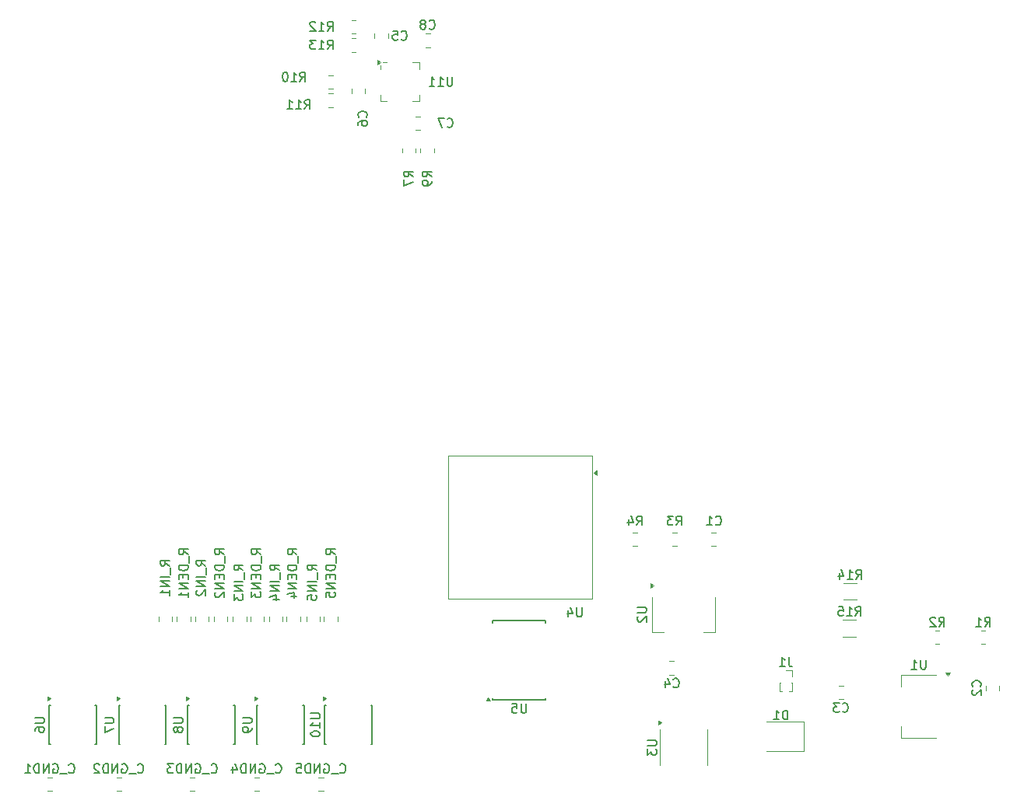
<source format=gbr>
%TF.GenerationSoftware,KiCad,Pcbnew,8.0.7-8.0.7-0~ubuntu22.04.1*%
%TF.CreationDate,2024-12-30T17:04:23+01:00*%
%TF.ProjectId,electronics,656c6563-7472-46f6-9e69-63732e6b6963,rev?*%
%TF.SameCoordinates,Original*%
%TF.FileFunction,Legend,Bot*%
%TF.FilePolarity,Positive*%
%FSLAX46Y46*%
G04 Gerber Fmt 4.6, Leading zero omitted, Abs format (unit mm)*
G04 Created by KiCad (PCBNEW 8.0.7-8.0.7-0~ubuntu22.04.1) date 2024-12-30 17:04:23*
%MOMM*%
%LPD*%
G01*
G04 APERTURE LIST*
%ADD10C,0.150000*%
%ADD11C,0.120000*%
G04 APERTURE END LIST*
D10*
X116592857Y-109634819D02*
X116926190Y-109158628D01*
X117164285Y-109634819D02*
X117164285Y-108634819D01*
X117164285Y-108634819D02*
X116783333Y-108634819D01*
X116783333Y-108634819D02*
X116688095Y-108682438D01*
X116688095Y-108682438D02*
X116640476Y-108730057D01*
X116640476Y-108730057D02*
X116592857Y-108825295D01*
X116592857Y-108825295D02*
X116592857Y-108968152D01*
X116592857Y-108968152D02*
X116640476Y-109063390D01*
X116640476Y-109063390D02*
X116688095Y-109111009D01*
X116688095Y-109111009D02*
X116783333Y-109158628D01*
X116783333Y-109158628D02*
X117164285Y-109158628D01*
X115640476Y-109634819D02*
X116211904Y-109634819D01*
X115926190Y-109634819D02*
X115926190Y-108634819D01*
X115926190Y-108634819D02*
X116021428Y-108777676D01*
X116021428Y-108777676D02*
X116116666Y-108872914D01*
X116116666Y-108872914D02*
X116211904Y-108920533D01*
X114735714Y-108634819D02*
X115211904Y-108634819D01*
X115211904Y-108634819D02*
X115259523Y-109111009D01*
X115259523Y-109111009D02*
X115211904Y-109063390D01*
X115211904Y-109063390D02*
X115116666Y-109015771D01*
X115116666Y-109015771D02*
X114878571Y-109015771D01*
X114878571Y-109015771D02*
X114783333Y-109063390D01*
X114783333Y-109063390D02*
X114735714Y-109111009D01*
X114735714Y-109111009D02*
X114688095Y-109206247D01*
X114688095Y-109206247D02*
X114688095Y-109444342D01*
X114688095Y-109444342D02*
X114735714Y-109539580D01*
X114735714Y-109539580D02*
X114783333Y-109587200D01*
X114783333Y-109587200D02*
X114878571Y-109634819D01*
X114878571Y-109634819D02*
X115116666Y-109634819D01*
X115116666Y-109634819D02*
X115211904Y-109587200D01*
X115211904Y-109587200D02*
X115259523Y-109539580D01*
X59142857Y-45954819D02*
X59476190Y-45478628D01*
X59714285Y-45954819D02*
X59714285Y-44954819D01*
X59714285Y-44954819D02*
X59333333Y-44954819D01*
X59333333Y-44954819D02*
X59238095Y-45002438D01*
X59238095Y-45002438D02*
X59190476Y-45050057D01*
X59190476Y-45050057D02*
X59142857Y-45145295D01*
X59142857Y-45145295D02*
X59142857Y-45288152D01*
X59142857Y-45288152D02*
X59190476Y-45383390D01*
X59190476Y-45383390D02*
X59238095Y-45431009D01*
X59238095Y-45431009D02*
X59333333Y-45478628D01*
X59333333Y-45478628D02*
X59714285Y-45478628D01*
X58190476Y-45954819D02*
X58761904Y-45954819D01*
X58476190Y-45954819D02*
X58476190Y-44954819D01*
X58476190Y-44954819D02*
X58571428Y-45097676D01*
X58571428Y-45097676D02*
X58666666Y-45192914D01*
X58666666Y-45192914D02*
X58761904Y-45240533D01*
X57809523Y-45050057D02*
X57761904Y-45002438D01*
X57761904Y-45002438D02*
X57666666Y-44954819D01*
X57666666Y-44954819D02*
X57428571Y-44954819D01*
X57428571Y-44954819D02*
X57333333Y-45002438D01*
X57333333Y-45002438D02*
X57285714Y-45050057D01*
X57285714Y-45050057D02*
X57238095Y-45145295D01*
X57238095Y-45145295D02*
X57238095Y-45240533D01*
X57238095Y-45240533D02*
X57285714Y-45383390D01*
X57285714Y-45383390D02*
X57857142Y-45954819D01*
X57857142Y-45954819D02*
X57238095Y-45954819D01*
X86811904Y-108754819D02*
X86811904Y-109564342D01*
X86811904Y-109564342D02*
X86764285Y-109659580D01*
X86764285Y-109659580D02*
X86716666Y-109707200D01*
X86716666Y-109707200D02*
X86621428Y-109754819D01*
X86621428Y-109754819D02*
X86430952Y-109754819D01*
X86430952Y-109754819D02*
X86335714Y-109707200D01*
X86335714Y-109707200D02*
X86288095Y-109659580D01*
X86288095Y-109659580D02*
X86240476Y-109564342D01*
X86240476Y-109564342D02*
X86240476Y-108754819D01*
X85335714Y-109088152D02*
X85335714Y-109754819D01*
X85573809Y-108707200D02*
X85811904Y-109421485D01*
X85811904Y-109421485D02*
X85192857Y-109421485D01*
X56142857Y-51454819D02*
X56476190Y-50978628D01*
X56714285Y-51454819D02*
X56714285Y-50454819D01*
X56714285Y-50454819D02*
X56333333Y-50454819D01*
X56333333Y-50454819D02*
X56238095Y-50502438D01*
X56238095Y-50502438D02*
X56190476Y-50550057D01*
X56190476Y-50550057D02*
X56142857Y-50645295D01*
X56142857Y-50645295D02*
X56142857Y-50788152D01*
X56142857Y-50788152D02*
X56190476Y-50883390D01*
X56190476Y-50883390D02*
X56238095Y-50931009D01*
X56238095Y-50931009D02*
X56333333Y-50978628D01*
X56333333Y-50978628D02*
X56714285Y-50978628D01*
X55190476Y-51454819D02*
X55761904Y-51454819D01*
X55476190Y-51454819D02*
X55476190Y-50454819D01*
X55476190Y-50454819D02*
X55571428Y-50597676D01*
X55571428Y-50597676D02*
X55666666Y-50692914D01*
X55666666Y-50692914D02*
X55761904Y-50740533D01*
X54571428Y-50454819D02*
X54476190Y-50454819D01*
X54476190Y-50454819D02*
X54380952Y-50502438D01*
X54380952Y-50502438D02*
X54333333Y-50550057D01*
X54333333Y-50550057D02*
X54285714Y-50645295D01*
X54285714Y-50645295D02*
X54238095Y-50835771D01*
X54238095Y-50835771D02*
X54238095Y-51073866D01*
X54238095Y-51073866D02*
X54285714Y-51264342D01*
X54285714Y-51264342D02*
X54333333Y-51359580D01*
X54333333Y-51359580D02*
X54380952Y-51407200D01*
X54380952Y-51407200D02*
X54476190Y-51454819D01*
X54476190Y-51454819D02*
X54571428Y-51454819D01*
X54571428Y-51454819D02*
X54666666Y-51407200D01*
X54666666Y-51407200D02*
X54714285Y-51359580D01*
X54714285Y-51359580D02*
X54761904Y-51264342D01*
X54761904Y-51264342D02*
X54809523Y-51073866D01*
X54809523Y-51073866D02*
X54809523Y-50835771D01*
X54809523Y-50835771D02*
X54761904Y-50645295D01*
X54761904Y-50645295D02*
X54714285Y-50550057D01*
X54714285Y-50550057D02*
X54666666Y-50502438D01*
X54666666Y-50502438D02*
X54571428Y-50454819D01*
X55804819Y-102976190D02*
X55328628Y-102642857D01*
X55804819Y-102404762D02*
X54804819Y-102404762D01*
X54804819Y-102404762D02*
X54804819Y-102785714D01*
X54804819Y-102785714D02*
X54852438Y-102880952D01*
X54852438Y-102880952D02*
X54900057Y-102928571D01*
X54900057Y-102928571D02*
X54995295Y-102976190D01*
X54995295Y-102976190D02*
X55138152Y-102976190D01*
X55138152Y-102976190D02*
X55233390Y-102928571D01*
X55233390Y-102928571D02*
X55281009Y-102880952D01*
X55281009Y-102880952D02*
X55328628Y-102785714D01*
X55328628Y-102785714D02*
X55328628Y-102404762D01*
X55900057Y-103166667D02*
X55900057Y-103928571D01*
X55804819Y-104166667D02*
X54804819Y-104166667D01*
X54804819Y-104166667D02*
X54804819Y-104404762D01*
X54804819Y-104404762D02*
X54852438Y-104547619D01*
X54852438Y-104547619D02*
X54947676Y-104642857D01*
X54947676Y-104642857D02*
X55042914Y-104690476D01*
X55042914Y-104690476D02*
X55233390Y-104738095D01*
X55233390Y-104738095D02*
X55376247Y-104738095D01*
X55376247Y-104738095D02*
X55566723Y-104690476D01*
X55566723Y-104690476D02*
X55661961Y-104642857D01*
X55661961Y-104642857D02*
X55757200Y-104547619D01*
X55757200Y-104547619D02*
X55804819Y-104404762D01*
X55804819Y-104404762D02*
X55804819Y-104166667D01*
X55281009Y-105166667D02*
X55281009Y-105500000D01*
X55804819Y-105642857D02*
X55804819Y-105166667D01*
X55804819Y-105166667D02*
X54804819Y-105166667D01*
X54804819Y-105166667D02*
X54804819Y-105642857D01*
X55804819Y-106071429D02*
X54804819Y-106071429D01*
X54804819Y-106071429D02*
X55804819Y-106642857D01*
X55804819Y-106642857D02*
X54804819Y-106642857D01*
X55138152Y-107547619D02*
X55804819Y-107547619D01*
X54757200Y-107309524D02*
X55471485Y-107071429D01*
X55471485Y-107071429D02*
X55471485Y-107690476D01*
X93959819Y-123213095D02*
X94769342Y-123213095D01*
X94769342Y-123213095D02*
X94864580Y-123260714D01*
X94864580Y-123260714D02*
X94912200Y-123308333D01*
X94912200Y-123308333D02*
X94959819Y-123403571D01*
X94959819Y-123403571D02*
X94959819Y-123594047D01*
X94959819Y-123594047D02*
X94912200Y-123689285D01*
X94912200Y-123689285D02*
X94864580Y-123736904D01*
X94864580Y-123736904D02*
X94769342Y-123784523D01*
X94769342Y-123784523D02*
X93959819Y-123784523D01*
X93959819Y-124165476D02*
X93959819Y-124784523D01*
X93959819Y-124784523D02*
X94340771Y-124451190D01*
X94340771Y-124451190D02*
X94340771Y-124594047D01*
X94340771Y-124594047D02*
X94388390Y-124689285D01*
X94388390Y-124689285D02*
X94436009Y-124736904D01*
X94436009Y-124736904D02*
X94531247Y-124784523D01*
X94531247Y-124784523D02*
X94769342Y-124784523D01*
X94769342Y-124784523D02*
X94864580Y-124736904D01*
X94864580Y-124736904D02*
X94912200Y-124689285D01*
X94912200Y-124689285D02*
X94959819Y-124594047D01*
X94959819Y-124594047D02*
X94959819Y-124308333D01*
X94959819Y-124308333D02*
X94912200Y-124213095D01*
X94912200Y-124213095D02*
X94864580Y-124165476D01*
X96771666Y-117364580D02*
X96819285Y-117412200D01*
X96819285Y-117412200D02*
X96962142Y-117459819D01*
X96962142Y-117459819D02*
X97057380Y-117459819D01*
X97057380Y-117459819D02*
X97200237Y-117412200D01*
X97200237Y-117412200D02*
X97295475Y-117316961D01*
X97295475Y-117316961D02*
X97343094Y-117221723D01*
X97343094Y-117221723D02*
X97390713Y-117031247D01*
X97390713Y-117031247D02*
X97390713Y-116888390D01*
X97390713Y-116888390D02*
X97343094Y-116697914D01*
X97343094Y-116697914D02*
X97295475Y-116602676D01*
X97295475Y-116602676D02*
X97200237Y-116507438D01*
X97200237Y-116507438D02*
X97057380Y-116459819D01*
X97057380Y-116459819D02*
X96962142Y-116459819D01*
X96962142Y-116459819D02*
X96819285Y-116507438D01*
X96819285Y-116507438D02*
X96771666Y-116555057D01*
X95914523Y-116793152D02*
X95914523Y-117459819D01*
X96152618Y-116412200D02*
X96390713Y-117126485D01*
X96390713Y-117126485D02*
X95771666Y-117126485D01*
X92859819Y-108713095D02*
X93669342Y-108713095D01*
X93669342Y-108713095D02*
X93764580Y-108760714D01*
X93764580Y-108760714D02*
X93812200Y-108808333D01*
X93812200Y-108808333D02*
X93859819Y-108903571D01*
X93859819Y-108903571D02*
X93859819Y-109094047D01*
X93859819Y-109094047D02*
X93812200Y-109189285D01*
X93812200Y-109189285D02*
X93764580Y-109236904D01*
X93764580Y-109236904D02*
X93669342Y-109284523D01*
X93669342Y-109284523D02*
X92859819Y-109284523D01*
X92955057Y-109713095D02*
X92907438Y-109760714D01*
X92907438Y-109760714D02*
X92859819Y-109855952D01*
X92859819Y-109855952D02*
X92859819Y-110094047D01*
X92859819Y-110094047D02*
X92907438Y-110189285D01*
X92907438Y-110189285D02*
X92955057Y-110236904D01*
X92955057Y-110236904D02*
X93050295Y-110284523D01*
X93050295Y-110284523D02*
X93145533Y-110284523D01*
X93145533Y-110284523D02*
X93288390Y-110236904D01*
X93288390Y-110236904D02*
X93859819Y-109665476D01*
X93859819Y-109665476D02*
X93859819Y-110284523D01*
X109337333Y-114159819D02*
X109337333Y-114874104D01*
X109337333Y-114874104D02*
X109384952Y-115016961D01*
X109384952Y-115016961D02*
X109480190Y-115112200D01*
X109480190Y-115112200D02*
X109623047Y-115159819D01*
X109623047Y-115159819D02*
X109718285Y-115159819D01*
X108337333Y-115159819D02*
X108908761Y-115159819D01*
X108623047Y-115159819D02*
X108623047Y-114159819D01*
X108623047Y-114159819D02*
X108718285Y-114302676D01*
X108718285Y-114302676D02*
X108813523Y-114397914D01*
X108813523Y-114397914D02*
X108908761Y-114445533D01*
X51879819Y-102976190D02*
X51403628Y-102642857D01*
X51879819Y-102404762D02*
X50879819Y-102404762D01*
X50879819Y-102404762D02*
X50879819Y-102785714D01*
X50879819Y-102785714D02*
X50927438Y-102880952D01*
X50927438Y-102880952D02*
X50975057Y-102928571D01*
X50975057Y-102928571D02*
X51070295Y-102976190D01*
X51070295Y-102976190D02*
X51213152Y-102976190D01*
X51213152Y-102976190D02*
X51308390Y-102928571D01*
X51308390Y-102928571D02*
X51356009Y-102880952D01*
X51356009Y-102880952D02*
X51403628Y-102785714D01*
X51403628Y-102785714D02*
X51403628Y-102404762D01*
X51975057Y-103166667D02*
X51975057Y-103928571D01*
X51879819Y-104166667D02*
X50879819Y-104166667D01*
X50879819Y-104166667D02*
X50879819Y-104404762D01*
X50879819Y-104404762D02*
X50927438Y-104547619D01*
X50927438Y-104547619D02*
X51022676Y-104642857D01*
X51022676Y-104642857D02*
X51117914Y-104690476D01*
X51117914Y-104690476D02*
X51308390Y-104738095D01*
X51308390Y-104738095D02*
X51451247Y-104738095D01*
X51451247Y-104738095D02*
X51641723Y-104690476D01*
X51641723Y-104690476D02*
X51736961Y-104642857D01*
X51736961Y-104642857D02*
X51832200Y-104547619D01*
X51832200Y-104547619D02*
X51879819Y-104404762D01*
X51879819Y-104404762D02*
X51879819Y-104166667D01*
X51356009Y-105166667D02*
X51356009Y-105500000D01*
X51879819Y-105642857D02*
X51879819Y-105166667D01*
X51879819Y-105166667D02*
X50879819Y-105166667D01*
X50879819Y-105166667D02*
X50879819Y-105642857D01*
X51879819Y-106071429D02*
X50879819Y-106071429D01*
X50879819Y-106071429D02*
X51879819Y-106642857D01*
X51879819Y-106642857D02*
X50879819Y-106642857D01*
X50879819Y-107023810D02*
X50879819Y-107642857D01*
X50879819Y-107642857D02*
X51260771Y-107309524D01*
X51260771Y-107309524D02*
X51260771Y-107452381D01*
X51260771Y-107452381D02*
X51308390Y-107547619D01*
X51308390Y-107547619D02*
X51356009Y-107595238D01*
X51356009Y-107595238D02*
X51451247Y-107642857D01*
X51451247Y-107642857D02*
X51689342Y-107642857D01*
X51689342Y-107642857D02*
X51784580Y-107595238D01*
X51784580Y-107595238D02*
X51832200Y-107547619D01*
X51832200Y-107547619D02*
X51879819Y-107452381D01*
X51879819Y-107452381D02*
X51879819Y-107166667D01*
X51879819Y-107166667D02*
X51832200Y-107071429D01*
X51832200Y-107071429D02*
X51784580Y-107023810D01*
X80761904Y-119204819D02*
X80761904Y-120014342D01*
X80761904Y-120014342D02*
X80714285Y-120109580D01*
X80714285Y-120109580D02*
X80666666Y-120157200D01*
X80666666Y-120157200D02*
X80571428Y-120204819D01*
X80571428Y-120204819D02*
X80380952Y-120204819D01*
X80380952Y-120204819D02*
X80285714Y-120157200D01*
X80285714Y-120157200D02*
X80238095Y-120109580D01*
X80238095Y-120109580D02*
X80190476Y-120014342D01*
X80190476Y-120014342D02*
X80190476Y-119204819D01*
X79238095Y-119204819D02*
X79714285Y-119204819D01*
X79714285Y-119204819D02*
X79761904Y-119681009D01*
X79761904Y-119681009D02*
X79714285Y-119633390D01*
X79714285Y-119633390D02*
X79619047Y-119585771D01*
X79619047Y-119585771D02*
X79380952Y-119585771D01*
X79380952Y-119585771D02*
X79285714Y-119633390D01*
X79285714Y-119633390D02*
X79238095Y-119681009D01*
X79238095Y-119681009D02*
X79190476Y-119776247D01*
X79190476Y-119776247D02*
X79190476Y-120014342D01*
X79190476Y-120014342D02*
X79238095Y-120109580D01*
X79238095Y-120109580D02*
X79285714Y-120157200D01*
X79285714Y-120157200D02*
X79380952Y-120204819D01*
X79380952Y-120204819D02*
X79619047Y-120204819D01*
X79619047Y-120204819D02*
X79714285Y-120157200D01*
X79714285Y-120157200D02*
X79761904Y-120109580D01*
X41954819Y-104190476D02*
X41478628Y-103857143D01*
X41954819Y-103619048D02*
X40954819Y-103619048D01*
X40954819Y-103619048D02*
X40954819Y-104000000D01*
X40954819Y-104000000D02*
X41002438Y-104095238D01*
X41002438Y-104095238D02*
X41050057Y-104142857D01*
X41050057Y-104142857D02*
X41145295Y-104190476D01*
X41145295Y-104190476D02*
X41288152Y-104190476D01*
X41288152Y-104190476D02*
X41383390Y-104142857D01*
X41383390Y-104142857D02*
X41431009Y-104095238D01*
X41431009Y-104095238D02*
X41478628Y-104000000D01*
X41478628Y-104000000D02*
X41478628Y-103619048D01*
X42050057Y-104380953D02*
X42050057Y-105142857D01*
X41954819Y-105380953D02*
X40954819Y-105380953D01*
X41954819Y-105857143D02*
X40954819Y-105857143D01*
X40954819Y-105857143D02*
X41954819Y-106428571D01*
X41954819Y-106428571D02*
X40954819Y-106428571D01*
X41954819Y-107428571D02*
X41954819Y-106857143D01*
X41954819Y-107142857D02*
X40954819Y-107142857D01*
X40954819Y-107142857D02*
X41097676Y-107047619D01*
X41097676Y-107047619D02*
X41192914Y-106952381D01*
X41192914Y-106952381D02*
X41240533Y-106857143D01*
X97071666Y-99779819D02*
X97404999Y-99303628D01*
X97643094Y-99779819D02*
X97643094Y-98779819D01*
X97643094Y-98779819D02*
X97262142Y-98779819D01*
X97262142Y-98779819D02*
X97166904Y-98827438D01*
X97166904Y-98827438D02*
X97119285Y-98875057D01*
X97119285Y-98875057D02*
X97071666Y-98970295D01*
X97071666Y-98970295D02*
X97071666Y-99113152D01*
X97071666Y-99113152D02*
X97119285Y-99208390D01*
X97119285Y-99208390D02*
X97166904Y-99256009D01*
X97166904Y-99256009D02*
X97262142Y-99303628D01*
X97262142Y-99303628D02*
X97643094Y-99303628D01*
X96738332Y-98779819D02*
X96119285Y-98779819D01*
X96119285Y-98779819D02*
X96452618Y-99160771D01*
X96452618Y-99160771D02*
X96309761Y-99160771D01*
X96309761Y-99160771D02*
X96214523Y-99208390D01*
X96214523Y-99208390D02*
X96166904Y-99256009D01*
X96166904Y-99256009D02*
X96119285Y-99351247D01*
X96119285Y-99351247D02*
X96119285Y-99589342D01*
X96119285Y-99589342D02*
X96166904Y-99684580D01*
X96166904Y-99684580D02*
X96214523Y-99732200D01*
X96214523Y-99732200D02*
X96309761Y-99779819D01*
X96309761Y-99779819D02*
X96595475Y-99779819D01*
X96595475Y-99779819D02*
X96690713Y-99732200D01*
X96690713Y-99732200D02*
X96738332Y-99684580D01*
X59954819Y-102976190D02*
X59478628Y-102642857D01*
X59954819Y-102404762D02*
X58954819Y-102404762D01*
X58954819Y-102404762D02*
X58954819Y-102785714D01*
X58954819Y-102785714D02*
X59002438Y-102880952D01*
X59002438Y-102880952D02*
X59050057Y-102928571D01*
X59050057Y-102928571D02*
X59145295Y-102976190D01*
X59145295Y-102976190D02*
X59288152Y-102976190D01*
X59288152Y-102976190D02*
X59383390Y-102928571D01*
X59383390Y-102928571D02*
X59431009Y-102880952D01*
X59431009Y-102880952D02*
X59478628Y-102785714D01*
X59478628Y-102785714D02*
X59478628Y-102404762D01*
X60050057Y-103166667D02*
X60050057Y-103928571D01*
X59954819Y-104166667D02*
X58954819Y-104166667D01*
X58954819Y-104166667D02*
X58954819Y-104404762D01*
X58954819Y-104404762D02*
X59002438Y-104547619D01*
X59002438Y-104547619D02*
X59097676Y-104642857D01*
X59097676Y-104642857D02*
X59192914Y-104690476D01*
X59192914Y-104690476D02*
X59383390Y-104738095D01*
X59383390Y-104738095D02*
X59526247Y-104738095D01*
X59526247Y-104738095D02*
X59716723Y-104690476D01*
X59716723Y-104690476D02*
X59811961Y-104642857D01*
X59811961Y-104642857D02*
X59907200Y-104547619D01*
X59907200Y-104547619D02*
X59954819Y-104404762D01*
X59954819Y-104404762D02*
X59954819Y-104166667D01*
X59431009Y-105166667D02*
X59431009Y-105500000D01*
X59954819Y-105642857D02*
X59954819Y-105166667D01*
X59954819Y-105166667D02*
X58954819Y-105166667D01*
X58954819Y-105166667D02*
X58954819Y-105642857D01*
X59954819Y-106071429D02*
X58954819Y-106071429D01*
X58954819Y-106071429D02*
X59954819Y-106642857D01*
X59954819Y-106642857D02*
X58954819Y-106642857D01*
X58954819Y-107595238D02*
X58954819Y-107119048D01*
X58954819Y-107119048D02*
X59431009Y-107071429D01*
X59431009Y-107071429D02*
X59383390Y-107119048D01*
X59383390Y-107119048D02*
X59335771Y-107214286D01*
X59335771Y-107214286D02*
X59335771Y-107452381D01*
X59335771Y-107452381D02*
X59383390Y-107547619D01*
X59383390Y-107547619D02*
X59431009Y-107595238D01*
X59431009Y-107595238D02*
X59526247Y-107642857D01*
X59526247Y-107642857D02*
X59764342Y-107642857D01*
X59764342Y-107642857D02*
X59859580Y-107595238D01*
X59859580Y-107595238D02*
X59907200Y-107547619D01*
X59907200Y-107547619D02*
X59954819Y-107452381D01*
X59954819Y-107452381D02*
X59954819Y-107214286D01*
X59954819Y-107214286D02*
X59907200Y-107119048D01*
X59907200Y-107119048D02*
X59859580Y-107071429D01*
X42398819Y-120738095D02*
X43208342Y-120738095D01*
X43208342Y-120738095D02*
X43303580Y-120785714D01*
X43303580Y-120785714D02*
X43351200Y-120833333D01*
X43351200Y-120833333D02*
X43398819Y-120928571D01*
X43398819Y-120928571D02*
X43398819Y-121119047D01*
X43398819Y-121119047D02*
X43351200Y-121214285D01*
X43351200Y-121214285D02*
X43303580Y-121261904D01*
X43303580Y-121261904D02*
X43208342Y-121309523D01*
X43208342Y-121309523D02*
X42398819Y-121309523D01*
X42827390Y-121928571D02*
X42779771Y-121833333D01*
X42779771Y-121833333D02*
X42732152Y-121785714D01*
X42732152Y-121785714D02*
X42636914Y-121738095D01*
X42636914Y-121738095D02*
X42589295Y-121738095D01*
X42589295Y-121738095D02*
X42494057Y-121785714D01*
X42494057Y-121785714D02*
X42446438Y-121833333D01*
X42446438Y-121833333D02*
X42398819Y-121928571D01*
X42398819Y-121928571D02*
X42398819Y-122119047D01*
X42398819Y-122119047D02*
X42446438Y-122214285D01*
X42446438Y-122214285D02*
X42494057Y-122261904D01*
X42494057Y-122261904D02*
X42589295Y-122309523D01*
X42589295Y-122309523D02*
X42636914Y-122309523D01*
X42636914Y-122309523D02*
X42732152Y-122261904D01*
X42732152Y-122261904D02*
X42779771Y-122214285D01*
X42779771Y-122214285D02*
X42827390Y-122119047D01*
X42827390Y-122119047D02*
X42827390Y-121928571D01*
X42827390Y-121928571D02*
X42875009Y-121833333D01*
X42875009Y-121833333D02*
X42922628Y-121785714D01*
X42922628Y-121785714D02*
X43017866Y-121738095D01*
X43017866Y-121738095D02*
X43208342Y-121738095D01*
X43208342Y-121738095D02*
X43303580Y-121785714D01*
X43303580Y-121785714D02*
X43351200Y-121833333D01*
X43351200Y-121833333D02*
X43398819Y-121928571D01*
X43398819Y-121928571D02*
X43398819Y-122119047D01*
X43398819Y-122119047D02*
X43351200Y-122214285D01*
X43351200Y-122214285D02*
X43303580Y-122261904D01*
X43303580Y-122261904D02*
X43208342Y-122309523D01*
X43208342Y-122309523D02*
X43017866Y-122309523D01*
X43017866Y-122309523D02*
X42922628Y-122261904D01*
X42922628Y-122261904D02*
X42875009Y-122214285D01*
X42875009Y-122214285D02*
X42827390Y-122119047D01*
X30996428Y-126679580D02*
X31044047Y-126727200D01*
X31044047Y-126727200D02*
X31186904Y-126774819D01*
X31186904Y-126774819D02*
X31282142Y-126774819D01*
X31282142Y-126774819D02*
X31424999Y-126727200D01*
X31424999Y-126727200D02*
X31520237Y-126631961D01*
X31520237Y-126631961D02*
X31567856Y-126536723D01*
X31567856Y-126536723D02*
X31615475Y-126346247D01*
X31615475Y-126346247D02*
X31615475Y-126203390D01*
X31615475Y-126203390D02*
X31567856Y-126012914D01*
X31567856Y-126012914D02*
X31520237Y-125917676D01*
X31520237Y-125917676D02*
X31424999Y-125822438D01*
X31424999Y-125822438D02*
X31282142Y-125774819D01*
X31282142Y-125774819D02*
X31186904Y-125774819D01*
X31186904Y-125774819D02*
X31044047Y-125822438D01*
X31044047Y-125822438D02*
X30996428Y-125870057D01*
X30805952Y-126870057D02*
X30044047Y-126870057D01*
X29282142Y-125822438D02*
X29377380Y-125774819D01*
X29377380Y-125774819D02*
X29520237Y-125774819D01*
X29520237Y-125774819D02*
X29663094Y-125822438D01*
X29663094Y-125822438D02*
X29758332Y-125917676D01*
X29758332Y-125917676D02*
X29805951Y-126012914D01*
X29805951Y-126012914D02*
X29853570Y-126203390D01*
X29853570Y-126203390D02*
X29853570Y-126346247D01*
X29853570Y-126346247D02*
X29805951Y-126536723D01*
X29805951Y-126536723D02*
X29758332Y-126631961D01*
X29758332Y-126631961D02*
X29663094Y-126727200D01*
X29663094Y-126727200D02*
X29520237Y-126774819D01*
X29520237Y-126774819D02*
X29424999Y-126774819D01*
X29424999Y-126774819D02*
X29282142Y-126727200D01*
X29282142Y-126727200D02*
X29234523Y-126679580D01*
X29234523Y-126679580D02*
X29234523Y-126346247D01*
X29234523Y-126346247D02*
X29424999Y-126346247D01*
X28805951Y-126774819D02*
X28805951Y-125774819D01*
X28805951Y-125774819D02*
X28234523Y-126774819D01*
X28234523Y-126774819D02*
X28234523Y-125774819D01*
X27758332Y-126774819D02*
X27758332Y-125774819D01*
X27758332Y-125774819D02*
X27520237Y-125774819D01*
X27520237Y-125774819D02*
X27377380Y-125822438D01*
X27377380Y-125822438D02*
X27282142Y-125917676D01*
X27282142Y-125917676D02*
X27234523Y-126012914D01*
X27234523Y-126012914D02*
X27186904Y-126203390D01*
X27186904Y-126203390D02*
X27186904Y-126346247D01*
X27186904Y-126346247D02*
X27234523Y-126536723D01*
X27234523Y-126536723D02*
X27282142Y-126631961D01*
X27282142Y-126631961D02*
X27377380Y-126727200D01*
X27377380Y-126727200D02*
X27520237Y-126774819D01*
X27520237Y-126774819D02*
X27758332Y-126774819D01*
X26234523Y-126774819D02*
X26805951Y-126774819D01*
X26520237Y-126774819D02*
X26520237Y-125774819D01*
X26520237Y-125774819D02*
X26615475Y-125917676D01*
X26615475Y-125917676D02*
X26710713Y-126012914D01*
X26710713Y-126012914D02*
X26805951Y-126060533D01*
X59142857Y-47954819D02*
X59476190Y-47478628D01*
X59714285Y-47954819D02*
X59714285Y-46954819D01*
X59714285Y-46954819D02*
X59333333Y-46954819D01*
X59333333Y-46954819D02*
X59238095Y-47002438D01*
X59238095Y-47002438D02*
X59190476Y-47050057D01*
X59190476Y-47050057D02*
X59142857Y-47145295D01*
X59142857Y-47145295D02*
X59142857Y-47288152D01*
X59142857Y-47288152D02*
X59190476Y-47383390D01*
X59190476Y-47383390D02*
X59238095Y-47431009D01*
X59238095Y-47431009D02*
X59333333Y-47478628D01*
X59333333Y-47478628D02*
X59714285Y-47478628D01*
X58190476Y-47954819D02*
X58761904Y-47954819D01*
X58476190Y-47954819D02*
X58476190Y-46954819D01*
X58476190Y-46954819D02*
X58571428Y-47097676D01*
X58571428Y-47097676D02*
X58666666Y-47192914D01*
X58666666Y-47192914D02*
X58761904Y-47240533D01*
X57857142Y-46954819D02*
X57238095Y-46954819D01*
X57238095Y-46954819D02*
X57571428Y-47335771D01*
X57571428Y-47335771D02*
X57428571Y-47335771D01*
X57428571Y-47335771D02*
X57333333Y-47383390D01*
X57333333Y-47383390D02*
X57285714Y-47431009D01*
X57285714Y-47431009D02*
X57238095Y-47526247D01*
X57238095Y-47526247D02*
X57238095Y-47764342D01*
X57238095Y-47764342D02*
X57285714Y-47859580D01*
X57285714Y-47859580D02*
X57333333Y-47907200D01*
X57333333Y-47907200D02*
X57428571Y-47954819D01*
X57428571Y-47954819D02*
X57714285Y-47954819D01*
X57714285Y-47954819D02*
X57809523Y-47907200D01*
X57809523Y-47907200D02*
X57857142Y-47859580D01*
X125666666Y-110804819D02*
X125999999Y-110328628D01*
X126238094Y-110804819D02*
X126238094Y-109804819D01*
X126238094Y-109804819D02*
X125857142Y-109804819D01*
X125857142Y-109804819D02*
X125761904Y-109852438D01*
X125761904Y-109852438D02*
X125714285Y-109900057D01*
X125714285Y-109900057D02*
X125666666Y-109995295D01*
X125666666Y-109995295D02*
X125666666Y-110138152D01*
X125666666Y-110138152D02*
X125714285Y-110233390D01*
X125714285Y-110233390D02*
X125761904Y-110281009D01*
X125761904Y-110281009D02*
X125857142Y-110328628D01*
X125857142Y-110328628D02*
X126238094Y-110328628D01*
X125285713Y-109900057D02*
X125238094Y-109852438D01*
X125238094Y-109852438D02*
X125142856Y-109804819D01*
X125142856Y-109804819D02*
X124904761Y-109804819D01*
X124904761Y-109804819D02*
X124809523Y-109852438D01*
X124809523Y-109852438D02*
X124761904Y-109900057D01*
X124761904Y-109900057D02*
X124714285Y-109995295D01*
X124714285Y-109995295D02*
X124714285Y-110090533D01*
X124714285Y-110090533D02*
X124761904Y-110233390D01*
X124761904Y-110233390D02*
X125333332Y-110804819D01*
X125333332Y-110804819D02*
X124714285Y-110804819D01*
X49954819Y-104690476D02*
X49478628Y-104357143D01*
X49954819Y-104119048D02*
X48954819Y-104119048D01*
X48954819Y-104119048D02*
X48954819Y-104500000D01*
X48954819Y-104500000D02*
X49002438Y-104595238D01*
X49002438Y-104595238D02*
X49050057Y-104642857D01*
X49050057Y-104642857D02*
X49145295Y-104690476D01*
X49145295Y-104690476D02*
X49288152Y-104690476D01*
X49288152Y-104690476D02*
X49383390Y-104642857D01*
X49383390Y-104642857D02*
X49431009Y-104595238D01*
X49431009Y-104595238D02*
X49478628Y-104500000D01*
X49478628Y-104500000D02*
X49478628Y-104119048D01*
X50050057Y-104880953D02*
X50050057Y-105642857D01*
X49954819Y-105880953D02*
X48954819Y-105880953D01*
X49954819Y-106357143D02*
X48954819Y-106357143D01*
X48954819Y-106357143D02*
X49954819Y-106928571D01*
X49954819Y-106928571D02*
X48954819Y-106928571D01*
X48954819Y-107309524D02*
X48954819Y-107928571D01*
X48954819Y-107928571D02*
X49335771Y-107595238D01*
X49335771Y-107595238D02*
X49335771Y-107738095D01*
X49335771Y-107738095D02*
X49383390Y-107833333D01*
X49383390Y-107833333D02*
X49431009Y-107880952D01*
X49431009Y-107880952D02*
X49526247Y-107928571D01*
X49526247Y-107928571D02*
X49764342Y-107928571D01*
X49764342Y-107928571D02*
X49859580Y-107880952D01*
X49859580Y-107880952D02*
X49907200Y-107833333D01*
X49907200Y-107833333D02*
X49954819Y-107738095D01*
X49954819Y-107738095D02*
X49954819Y-107452381D01*
X49954819Y-107452381D02*
X49907200Y-107357143D01*
X49907200Y-107357143D02*
X49859580Y-107309524D01*
X124261904Y-114454819D02*
X124261904Y-115264342D01*
X124261904Y-115264342D02*
X124214285Y-115359580D01*
X124214285Y-115359580D02*
X124166666Y-115407200D01*
X124166666Y-115407200D02*
X124071428Y-115454819D01*
X124071428Y-115454819D02*
X123880952Y-115454819D01*
X123880952Y-115454819D02*
X123785714Y-115407200D01*
X123785714Y-115407200D02*
X123738095Y-115359580D01*
X123738095Y-115359580D02*
X123690476Y-115264342D01*
X123690476Y-115264342D02*
X123690476Y-114454819D01*
X122690476Y-115454819D02*
X123261904Y-115454819D01*
X122976190Y-115454819D02*
X122976190Y-114454819D01*
X122976190Y-114454819D02*
X123071428Y-114597676D01*
X123071428Y-114597676D02*
X123166666Y-114692914D01*
X123166666Y-114692914D02*
X123261904Y-114740533D01*
X49898819Y-120738095D02*
X50708342Y-120738095D01*
X50708342Y-120738095D02*
X50803580Y-120785714D01*
X50803580Y-120785714D02*
X50851200Y-120833333D01*
X50851200Y-120833333D02*
X50898819Y-120928571D01*
X50898819Y-120928571D02*
X50898819Y-121119047D01*
X50898819Y-121119047D02*
X50851200Y-121214285D01*
X50851200Y-121214285D02*
X50803580Y-121261904D01*
X50803580Y-121261904D02*
X50708342Y-121309523D01*
X50708342Y-121309523D02*
X49898819Y-121309523D01*
X50898819Y-121833333D02*
X50898819Y-122023809D01*
X50898819Y-122023809D02*
X50851200Y-122119047D01*
X50851200Y-122119047D02*
X50803580Y-122166666D01*
X50803580Y-122166666D02*
X50660723Y-122261904D01*
X50660723Y-122261904D02*
X50470247Y-122309523D01*
X50470247Y-122309523D02*
X50089295Y-122309523D01*
X50089295Y-122309523D02*
X49994057Y-122261904D01*
X49994057Y-122261904D02*
X49946438Y-122214285D01*
X49946438Y-122214285D02*
X49898819Y-122119047D01*
X49898819Y-122119047D02*
X49898819Y-121928571D01*
X49898819Y-121928571D02*
X49946438Y-121833333D01*
X49946438Y-121833333D02*
X49994057Y-121785714D01*
X49994057Y-121785714D02*
X50089295Y-121738095D01*
X50089295Y-121738095D02*
X50327390Y-121738095D01*
X50327390Y-121738095D02*
X50422628Y-121785714D01*
X50422628Y-121785714D02*
X50470247Y-121833333D01*
X50470247Y-121833333D02*
X50517866Y-121928571D01*
X50517866Y-121928571D02*
X50517866Y-122119047D01*
X50517866Y-122119047D02*
X50470247Y-122214285D01*
X50470247Y-122214285D02*
X50422628Y-122261904D01*
X50422628Y-122261904D02*
X50327390Y-122309523D01*
X56642857Y-54454819D02*
X56976190Y-53978628D01*
X57214285Y-54454819D02*
X57214285Y-53454819D01*
X57214285Y-53454819D02*
X56833333Y-53454819D01*
X56833333Y-53454819D02*
X56738095Y-53502438D01*
X56738095Y-53502438D02*
X56690476Y-53550057D01*
X56690476Y-53550057D02*
X56642857Y-53645295D01*
X56642857Y-53645295D02*
X56642857Y-53788152D01*
X56642857Y-53788152D02*
X56690476Y-53883390D01*
X56690476Y-53883390D02*
X56738095Y-53931009D01*
X56738095Y-53931009D02*
X56833333Y-53978628D01*
X56833333Y-53978628D02*
X57214285Y-53978628D01*
X55690476Y-54454819D02*
X56261904Y-54454819D01*
X55976190Y-54454819D02*
X55976190Y-53454819D01*
X55976190Y-53454819D02*
X56071428Y-53597676D01*
X56071428Y-53597676D02*
X56166666Y-53692914D01*
X56166666Y-53692914D02*
X56261904Y-53740533D01*
X54738095Y-54454819D02*
X55309523Y-54454819D01*
X55023809Y-54454819D02*
X55023809Y-53454819D01*
X55023809Y-53454819D02*
X55119047Y-53597676D01*
X55119047Y-53597676D02*
X55214285Y-53692914D01*
X55214285Y-53692914D02*
X55309523Y-53740533D01*
X63359580Y-55333333D02*
X63407200Y-55285714D01*
X63407200Y-55285714D02*
X63454819Y-55142857D01*
X63454819Y-55142857D02*
X63454819Y-55047619D01*
X63454819Y-55047619D02*
X63407200Y-54904762D01*
X63407200Y-54904762D02*
X63311961Y-54809524D01*
X63311961Y-54809524D02*
X63216723Y-54761905D01*
X63216723Y-54761905D02*
X63026247Y-54714286D01*
X63026247Y-54714286D02*
X62883390Y-54714286D01*
X62883390Y-54714286D02*
X62692914Y-54761905D01*
X62692914Y-54761905D02*
X62597676Y-54809524D01*
X62597676Y-54809524D02*
X62502438Y-54904762D01*
X62502438Y-54904762D02*
X62454819Y-55047619D01*
X62454819Y-55047619D02*
X62454819Y-55142857D01*
X62454819Y-55142857D02*
X62502438Y-55285714D01*
X62502438Y-55285714D02*
X62550057Y-55333333D01*
X62454819Y-56190476D02*
X62454819Y-56000000D01*
X62454819Y-56000000D02*
X62502438Y-55904762D01*
X62502438Y-55904762D02*
X62550057Y-55857143D01*
X62550057Y-55857143D02*
X62692914Y-55761905D01*
X62692914Y-55761905D02*
X62883390Y-55714286D01*
X62883390Y-55714286D02*
X63264342Y-55714286D01*
X63264342Y-55714286D02*
X63359580Y-55761905D01*
X63359580Y-55761905D02*
X63407200Y-55809524D01*
X63407200Y-55809524D02*
X63454819Y-55904762D01*
X63454819Y-55904762D02*
X63454819Y-56095238D01*
X63454819Y-56095238D02*
X63407200Y-56190476D01*
X63407200Y-56190476D02*
X63359580Y-56238095D01*
X63359580Y-56238095D02*
X63264342Y-56285714D01*
X63264342Y-56285714D02*
X63026247Y-56285714D01*
X63026247Y-56285714D02*
X62931009Y-56238095D01*
X62931009Y-56238095D02*
X62883390Y-56190476D01*
X62883390Y-56190476D02*
X62835771Y-56095238D01*
X62835771Y-56095238D02*
X62835771Y-55904762D01*
X62835771Y-55904762D02*
X62883390Y-55809524D01*
X62883390Y-55809524D02*
X62931009Y-55761905D01*
X62931009Y-55761905D02*
X63026247Y-55714286D01*
X101371666Y-99684580D02*
X101419285Y-99732200D01*
X101419285Y-99732200D02*
X101562142Y-99779819D01*
X101562142Y-99779819D02*
X101657380Y-99779819D01*
X101657380Y-99779819D02*
X101800237Y-99732200D01*
X101800237Y-99732200D02*
X101895475Y-99636961D01*
X101895475Y-99636961D02*
X101943094Y-99541723D01*
X101943094Y-99541723D02*
X101990713Y-99351247D01*
X101990713Y-99351247D02*
X101990713Y-99208390D01*
X101990713Y-99208390D02*
X101943094Y-99017914D01*
X101943094Y-99017914D02*
X101895475Y-98922676D01*
X101895475Y-98922676D02*
X101800237Y-98827438D01*
X101800237Y-98827438D02*
X101657380Y-98779819D01*
X101657380Y-98779819D02*
X101562142Y-98779819D01*
X101562142Y-98779819D02*
X101419285Y-98827438D01*
X101419285Y-98827438D02*
X101371666Y-98875057D01*
X100419285Y-99779819D02*
X100990713Y-99779819D01*
X100704999Y-99779819D02*
X100704999Y-98779819D01*
X100704999Y-98779819D02*
X100800237Y-98922676D01*
X100800237Y-98922676D02*
X100895475Y-99017914D01*
X100895475Y-99017914D02*
X100990713Y-99065533D01*
X72166666Y-56359580D02*
X72214285Y-56407200D01*
X72214285Y-56407200D02*
X72357142Y-56454819D01*
X72357142Y-56454819D02*
X72452380Y-56454819D01*
X72452380Y-56454819D02*
X72595237Y-56407200D01*
X72595237Y-56407200D02*
X72690475Y-56311961D01*
X72690475Y-56311961D02*
X72738094Y-56216723D01*
X72738094Y-56216723D02*
X72785713Y-56026247D01*
X72785713Y-56026247D02*
X72785713Y-55883390D01*
X72785713Y-55883390D02*
X72738094Y-55692914D01*
X72738094Y-55692914D02*
X72690475Y-55597676D01*
X72690475Y-55597676D02*
X72595237Y-55502438D01*
X72595237Y-55502438D02*
X72452380Y-55454819D01*
X72452380Y-55454819D02*
X72357142Y-55454819D01*
X72357142Y-55454819D02*
X72214285Y-55502438D01*
X72214285Y-55502438D02*
X72166666Y-55550057D01*
X71833332Y-55454819D02*
X71166666Y-55454819D01*
X71166666Y-55454819D02*
X71595237Y-56454819D01*
X43954819Y-102976190D02*
X43478628Y-102642857D01*
X43954819Y-102404762D02*
X42954819Y-102404762D01*
X42954819Y-102404762D02*
X42954819Y-102785714D01*
X42954819Y-102785714D02*
X43002438Y-102880952D01*
X43002438Y-102880952D02*
X43050057Y-102928571D01*
X43050057Y-102928571D02*
X43145295Y-102976190D01*
X43145295Y-102976190D02*
X43288152Y-102976190D01*
X43288152Y-102976190D02*
X43383390Y-102928571D01*
X43383390Y-102928571D02*
X43431009Y-102880952D01*
X43431009Y-102880952D02*
X43478628Y-102785714D01*
X43478628Y-102785714D02*
X43478628Y-102404762D01*
X44050057Y-103166667D02*
X44050057Y-103928571D01*
X43954819Y-104166667D02*
X42954819Y-104166667D01*
X42954819Y-104166667D02*
X42954819Y-104404762D01*
X42954819Y-104404762D02*
X43002438Y-104547619D01*
X43002438Y-104547619D02*
X43097676Y-104642857D01*
X43097676Y-104642857D02*
X43192914Y-104690476D01*
X43192914Y-104690476D02*
X43383390Y-104738095D01*
X43383390Y-104738095D02*
X43526247Y-104738095D01*
X43526247Y-104738095D02*
X43716723Y-104690476D01*
X43716723Y-104690476D02*
X43811961Y-104642857D01*
X43811961Y-104642857D02*
X43907200Y-104547619D01*
X43907200Y-104547619D02*
X43954819Y-104404762D01*
X43954819Y-104404762D02*
X43954819Y-104166667D01*
X43431009Y-105166667D02*
X43431009Y-105500000D01*
X43954819Y-105642857D02*
X43954819Y-105166667D01*
X43954819Y-105166667D02*
X42954819Y-105166667D01*
X42954819Y-105166667D02*
X42954819Y-105642857D01*
X43954819Y-106071429D02*
X42954819Y-106071429D01*
X42954819Y-106071429D02*
X43954819Y-106642857D01*
X43954819Y-106642857D02*
X42954819Y-106642857D01*
X43954819Y-107642857D02*
X43954819Y-107071429D01*
X43954819Y-107357143D02*
X42954819Y-107357143D01*
X42954819Y-107357143D02*
X43097676Y-107261905D01*
X43097676Y-107261905D02*
X43192914Y-107166667D01*
X43192914Y-107166667D02*
X43240533Y-107071429D01*
X60496428Y-126679580D02*
X60544047Y-126727200D01*
X60544047Y-126727200D02*
X60686904Y-126774819D01*
X60686904Y-126774819D02*
X60782142Y-126774819D01*
X60782142Y-126774819D02*
X60924999Y-126727200D01*
X60924999Y-126727200D02*
X61020237Y-126631961D01*
X61020237Y-126631961D02*
X61067856Y-126536723D01*
X61067856Y-126536723D02*
X61115475Y-126346247D01*
X61115475Y-126346247D02*
X61115475Y-126203390D01*
X61115475Y-126203390D02*
X61067856Y-126012914D01*
X61067856Y-126012914D02*
X61020237Y-125917676D01*
X61020237Y-125917676D02*
X60924999Y-125822438D01*
X60924999Y-125822438D02*
X60782142Y-125774819D01*
X60782142Y-125774819D02*
X60686904Y-125774819D01*
X60686904Y-125774819D02*
X60544047Y-125822438D01*
X60544047Y-125822438D02*
X60496428Y-125870057D01*
X60305952Y-126870057D02*
X59544047Y-126870057D01*
X58782142Y-125822438D02*
X58877380Y-125774819D01*
X58877380Y-125774819D02*
X59020237Y-125774819D01*
X59020237Y-125774819D02*
X59163094Y-125822438D01*
X59163094Y-125822438D02*
X59258332Y-125917676D01*
X59258332Y-125917676D02*
X59305951Y-126012914D01*
X59305951Y-126012914D02*
X59353570Y-126203390D01*
X59353570Y-126203390D02*
X59353570Y-126346247D01*
X59353570Y-126346247D02*
X59305951Y-126536723D01*
X59305951Y-126536723D02*
X59258332Y-126631961D01*
X59258332Y-126631961D02*
X59163094Y-126727200D01*
X59163094Y-126727200D02*
X59020237Y-126774819D01*
X59020237Y-126774819D02*
X58924999Y-126774819D01*
X58924999Y-126774819D02*
X58782142Y-126727200D01*
X58782142Y-126727200D02*
X58734523Y-126679580D01*
X58734523Y-126679580D02*
X58734523Y-126346247D01*
X58734523Y-126346247D02*
X58924999Y-126346247D01*
X58305951Y-126774819D02*
X58305951Y-125774819D01*
X58305951Y-125774819D02*
X57734523Y-126774819D01*
X57734523Y-126774819D02*
X57734523Y-125774819D01*
X57258332Y-126774819D02*
X57258332Y-125774819D01*
X57258332Y-125774819D02*
X57020237Y-125774819D01*
X57020237Y-125774819D02*
X56877380Y-125822438D01*
X56877380Y-125822438D02*
X56782142Y-125917676D01*
X56782142Y-125917676D02*
X56734523Y-126012914D01*
X56734523Y-126012914D02*
X56686904Y-126203390D01*
X56686904Y-126203390D02*
X56686904Y-126346247D01*
X56686904Y-126346247D02*
X56734523Y-126536723D01*
X56734523Y-126536723D02*
X56782142Y-126631961D01*
X56782142Y-126631961D02*
X56877380Y-126727200D01*
X56877380Y-126727200D02*
X57020237Y-126774819D01*
X57020237Y-126774819D02*
X57258332Y-126774819D01*
X55782142Y-125774819D02*
X56258332Y-125774819D01*
X56258332Y-125774819D02*
X56305951Y-126251009D01*
X56305951Y-126251009D02*
X56258332Y-126203390D01*
X56258332Y-126203390D02*
X56163094Y-126155771D01*
X56163094Y-126155771D02*
X55924999Y-126155771D01*
X55924999Y-126155771D02*
X55829761Y-126203390D01*
X55829761Y-126203390D02*
X55782142Y-126251009D01*
X55782142Y-126251009D02*
X55734523Y-126346247D01*
X55734523Y-126346247D02*
X55734523Y-126584342D01*
X55734523Y-126584342D02*
X55782142Y-126679580D01*
X55782142Y-126679580D02*
X55829761Y-126727200D01*
X55829761Y-126727200D02*
X55924999Y-126774819D01*
X55924999Y-126774819D02*
X56163094Y-126774819D01*
X56163094Y-126774819D02*
X56258332Y-126727200D01*
X56258332Y-126727200D02*
X56305951Y-126679580D01*
X57323819Y-120261905D02*
X58133342Y-120261905D01*
X58133342Y-120261905D02*
X58228580Y-120309524D01*
X58228580Y-120309524D02*
X58276200Y-120357143D01*
X58276200Y-120357143D02*
X58323819Y-120452381D01*
X58323819Y-120452381D02*
X58323819Y-120642857D01*
X58323819Y-120642857D02*
X58276200Y-120738095D01*
X58276200Y-120738095D02*
X58228580Y-120785714D01*
X58228580Y-120785714D02*
X58133342Y-120833333D01*
X58133342Y-120833333D02*
X57323819Y-120833333D01*
X58323819Y-121833333D02*
X58323819Y-121261905D01*
X58323819Y-121547619D02*
X57323819Y-121547619D01*
X57323819Y-121547619D02*
X57466676Y-121452381D01*
X57466676Y-121452381D02*
X57561914Y-121357143D01*
X57561914Y-121357143D02*
X57609533Y-121261905D01*
X57323819Y-122452381D02*
X57323819Y-122547619D01*
X57323819Y-122547619D02*
X57371438Y-122642857D01*
X57371438Y-122642857D02*
X57419057Y-122690476D01*
X57419057Y-122690476D02*
X57514295Y-122738095D01*
X57514295Y-122738095D02*
X57704771Y-122785714D01*
X57704771Y-122785714D02*
X57942866Y-122785714D01*
X57942866Y-122785714D02*
X58133342Y-122738095D01*
X58133342Y-122738095D02*
X58228580Y-122690476D01*
X58228580Y-122690476D02*
X58276200Y-122642857D01*
X58276200Y-122642857D02*
X58323819Y-122547619D01*
X58323819Y-122547619D02*
X58323819Y-122452381D01*
X58323819Y-122452381D02*
X58276200Y-122357143D01*
X58276200Y-122357143D02*
X58228580Y-122309524D01*
X58228580Y-122309524D02*
X58133342Y-122261905D01*
X58133342Y-122261905D02*
X57942866Y-122214286D01*
X57942866Y-122214286D02*
X57704771Y-122214286D01*
X57704771Y-122214286D02*
X57514295Y-122261905D01*
X57514295Y-122261905D02*
X57419057Y-122309524D01*
X57419057Y-122309524D02*
X57371438Y-122357143D01*
X57371438Y-122357143D02*
X57323819Y-122452381D01*
X38496428Y-126679580D02*
X38544047Y-126727200D01*
X38544047Y-126727200D02*
X38686904Y-126774819D01*
X38686904Y-126774819D02*
X38782142Y-126774819D01*
X38782142Y-126774819D02*
X38924999Y-126727200D01*
X38924999Y-126727200D02*
X39020237Y-126631961D01*
X39020237Y-126631961D02*
X39067856Y-126536723D01*
X39067856Y-126536723D02*
X39115475Y-126346247D01*
X39115475Y-126346247D02*
X39115475Y-126203390D01*
X39115475Y-126203390D02*
X39067856Y-126012914D01*
X39067856Y-126012914D02*
X39020237Y-125917676D01*
X39020237Y-125917676D02*
X38924999Y-125822438D01*
X38924999Y-125822438D02*
X38782142Y-125774819D01*
X38782142Y-125774819D02*
X38686904Y-125774819D01*
X38686904Y-125774819D02*
X38544047Y-125822438D01*
X38544047Y-125822438D02*
X38496428Y-125870057D01*
X38305952Y-126870057D02*
X37544047Y-126870057D01*
X36782142Y-125822438D02*
X36877380Y-125774819D01*
X36877380Y-125774819D02*
X37020237Y-125774819D01*
X37020237Y-125774819D02*
X37163094Y-125822438D01*
X37163094Y-125822438D02*
X37258332Y-125917676D01*
X37258332Y-125917676D02*
X37305951Y-126012914D01*
X37305951Y-126012914D02*
X37353570Y-126203390D01*
X37353570Y-126203390D02*
X37353570Y-126346247D01*
X37353570Y-126346247D02*
X37305951Y-126536723D01*
X37305951Y-126536723D02*
X37258332Y-126631961D01*
X37258332Y-126631961D02*
X37163094Y-126727200D01*
X37163094Y-126727200D02*
X37020237Y-126774819D01*
X37020237Y-126774819D02*
X36924999Y-126774819D01*
X36924999Y-126774819D02*
X36782142Y-126727200D01*
X36782142Y-126727200D02*
X36734523Y-126679580D01*
X36734523Y-126679580D02*
X36734523Y-126346247D01*
X36734523Y-126346247D02*
X36924999Y-126346247D01*
X36305951Y-126774819D02*
X36305951Y-125774819D01*
X36305951Y-125774819D02*
X35734523Y-126774819D01*
X35734523Y-126774819D02*
X35734523Y-125774819D01*
X35258332Y-126774819D02*
X35258332Y-125774819D01*
X35258332Y-125774819D02*
X35020237Y-125774819D01*
X35020237Y-125774819D02*
X34877380Y-125822438D01*
X34877380Y-125822438D02*
X34782142Y-125917676D01*
X34782142Y-125917676D02*
X34734523Y-126012914D01*
X34734523Y-126012914D02*
X34686904Y-126203390D01*
X34686904Y-126203390D02*
X34686904Y-126346247D01*
X34686904Y-126346247D02*
X34734523Y-126536723D01*
X34734523Y-126536723D02*
X34782142Y-126631961D01*
X34782142Y-126631961D02*
X34877380Y-126727200D01*
X34877380Y-126727200D02*
X35020237Y-126774819D01*
X35020237Y-126774819D02*
X35258332Y-126774819D01*
X34305951Y-125870057D02*
X34258332Y-125822438D01*
X34258332Y-125822438D02*
X34163094Y-125774819D01*
X34163094Y-125774819D02*
X33924999Y-125774819D01*
X33924999Y-125774819D02*
X33829761Y-125822438D01*
X33829761Y-125822438D02*
X33782142Y-125870057D01*
X33782142Y-125870057D02*
X33734523Y-125965295D01*
X33734523Y-125965295D02*
X33734523Y-126060533D01*
X33734523Y-126060533D02*
X33782142Y-126203390D01*
X33782142Y-126203390D02*
X34353570Y-126774819D01*
X34353570Y-126774819D02*
X33734523Y-126774819D01*
X53496428Y-126679580D02*
X53544047Y-126727200D01*
X53544047Y-126727200D02*
X53686904Y-126774819D01*
X53686904Y-126774819D02*
X53782142Y-126774819D01*
X53782142Y-126774819D02*
X53924999Y-126727200D01*
X53924999Y-126727200D02*
X54020237Y-126631961D01*
X54020237Y-126631961D02*
X54067856Y-126536723D01*
X54067856Y-126536723D02*
X54115475Y-126346247D01*
X54115475Y-126346247D02*
X54115475Y-126203390D01*
X54115475Y-126203390D02*
X54067856Y-126012914D01*
X54067856Y-126012914D02*
X54020237Y-125917676D01*
X54020237Y-125917676D02*
X53924999Y-125822438D01*
X53924999Y-125822438D02*
X53782142Y-125774819D01*
X53782142Y-125774819D02*
X53686904Y-125774819D01*
X53686904Y-125774819D02*
X53544047Y-125822438D01*
X53544047Y-125822438D02*
X53496428Y-125870057D01*
X53305952Y-126870057D02*
X52544047Y-126870057D01*
X51782142Y-125822438D02*
X51877380Y-125774819D01*
X51877380Y-125774819D02*
X52020237Y-125774819D01*
X52020237Y-125774819D02*
X52163094Y-125822438D01*
X52163094Y-125822438D02*
X52258332Y-125917676D01*
X52258332Y-125917676D02*
X52305951Y-126012914D01*
X52305951Y-126012914D02*
X52353570Y-126203390D01*
X52353570Y-126203390D02*
X52353570Y-126346247D01*
X52353570Y-126346247D02*
X52305951Y-126536723D01*
X52305951Y-126536723D02*
X52258332Y-126631961D01*
X52258332Y-126631961D02*
X52163094Y-126727200D01*
X52163094Y-126727200D02*
X52020237Y-126774819D01*
X52020237Y-126774819D02*
X51924999Y-126774819D01*
X51924999Y-126774819D02*
X51782142Y-126727200D01*
X51782142Y-126727200D02*
X51734523Y-126679580D01*
X51734523Y-126679580D02*
X51734523Y-126346247D01*
X51734523Y-126346247D02*
X51924999Y-126346247D01*
X51305951Y-126774819D02*
X51305951Y-125774819D01*
X51305951Y-125774819D02*
X50734523Y-126774819D01*
X50734523Y-126774819D02*
X50734523Y-125774819D01*
X50258332Y-126774819D02*
X50258332Y-125774819D01*
X50258332Y-125774819D02*
X50020237Y-125774819D01*
X50020237Y-125774819D02*
X49877380Y-125822438D01*
X49877380Y-125822438D02*
X49782142Y-125917676D01*
X49782142Y-125917676D02*
X49734523Y-126012914D01*
X49734523Y-126012914D02*
X49686904Y-126203390D01*
X49686904Y-126203390D02*
X49686904Y-126346247D01*
X49686904Y-126346247D02*
X49734523Y-126536723D01*
X49734523Y-126536723D02*
X49782142Y-126631961D01*
X49782142Y-126631961D02*
X49877380Y-126727200D01*
X49877380Y-126727200D02*
X50020237Y-126774819D01*
X50020237Y-126774819D02*
X50258332Y-126774819D01*
X48829761Y-126108152D02*
X48829761Y-126774819D01*
X49067856Y-125727200D02*
X49305951Y-126441485D01*
X49305951Y-126441485D02*
X48686904Y-126441485D01*
X130179580Y-117333333D02*
X130227200Y-117285714D01*
X130227200Y-117285714D02*
X130274819Y-117142857D01*
X130274819Y-117142857D02*
X130274819Y-117047619D01*
X130274819Y-117047619D02*
X130227200Y-116904762D01*
X130227200Y-116904762D02*
X130131961Y-116809524D01*
X130131961Y-116809524D02*
X130036723Y-116761905D01*
X130036723Y-116761905D02*
X129846247Y-116714286D01*
X129846247Y-116714286D02*
X129703390Y-116714286D01*
X129703390Y-116714286D02*
X129512914Y-116761905D01*
X129512914Y-116761905D02*
X129417676Y-116809524D01*
X129417676Y-116809524D02*
X129322438Y-116904762D01*
X129322438Y-116904762D02*
X129274819Y-117047619D01*
X129274819Y-117047619D02*
X129274819Y-117142857D01*
X129274819Y-117142857D02*
X129322438Y-117285714D01*
X129322438Y-117285714D02*
X129370057Y-117333333D01*
X129370057Y-117714286D02*
X129322438Y-117761905D01*
X129322438Y-117761905D02*
X129274819Y-117857143D01*
X129274819Y-117857143D02*
X129274819Y-118095238D01*
X129274819Y-118095238D02*
X129322438Y-118190476D01*
X129322438Y-118190476D02*
X129370057Y-118238095D01*
X129370057Y-118238095D02*
X129465295Y-118285714D01*
X129465295Y-118285714D02*
X129560533Y-118285714D01*
X129560533Y-118285714D02*
X129703390Y-118238095D01*
X129703390Y-118238095D02*
X130274819Y-117666667D01*
X130274819Y-117666667D02*
X130274819Y-118285714D01*
X45879819Y-104190476D02*
X45403628Y-103857143D01*
X45879819Y-103619048D02*
X44879819Y-103619048D01*
X44879819Y-103619048D02*
X44879819Y-104000000D01*
X44879819Y-104000000D02*
X44927438Y-104095238D01*
X44927438Y-104095238D02*
X44975057Y-104142857D01*
X44975057Y-104142857D02*
X45070295Y-104190476D01*
X45070295Y-104190476D02*
X45213152Y-104190476D01*
X45213152Y-104190476D02*
X45308390Y-104142857D01*
X45308390Y-104142857D02*
X45356009Y-104095238D01*
X45356009Y-104095238D02*
X45403628Y-104000000D01*
X45403628Y-104000000D02*
X45403628Y-103619048D01*
X45975057Y-104380953D02*
X45975057Y-105142857D01*
X45879819Y-105380953D02*
X44879819Y-105380953D01*
X45879819Y-105857143D02*
X44879819Y-105857143D01*
X44879819Y-105857143D02*
X45879819Y-106428571D01*
X45879819Y-106428571D02*
X44879819Y-106428571D01*
X44975057Y-106857143D02*
X44927438Y-106904762D01*
X44927438Y-106904762D02*
X44879819Y-107000000D01*
X44879819Y-107000000D02*
X44879819Y-107238095D01*
X44879819Y-107238095D02*
X44927438Y-107333333D01*
X44927438Y-107333333D02*
X44975057Y-107380952D01*
X44975057Y-107380952D02*
X45070295Y-107428571D01*
X45070295Y-107428571D02*
X45165533Y-107428571D01*
X45165533Y-107428571D02*
X45308390Y-107380952D01*
X45308390Y-107380952D02*
X45879819Y-106809524D01*
X45879819Y-106809524D02*
X45879819Y-107428571D01*
X70204166Y-45679580D02*
X70251785Y-45727200D01*
X70251785Y-45727200D02*
X70394642Y-45774819D01*
X70394642Y-45774819D02*
X70489880Y-45774819D01*
X70489880Y-45774819D02*
X70632737Y-45727200D01*
X70632737Y-45727200D02*
X70727975Y-45631961D01*
X70727975Y-45631961D02*
X70775594Y-45536723D01*
X70775594Y-45536723D02*
X70823213Y-45346247D01*
X70823213Y-45346247D02*
X70823213Y-45203390D01*
X70823213Y-45203390D02*
X70775594Y-45012914D01*
X70775594Y-45012914D02*
X70727975Y-44917676D01*
X70727975Y-44917676D02*
X70632737Y-44822438D01*
X70632737Y-44822438D02*
X70489880Y-44774819D01*
X70489880Y-44774819D02*
X70394642Y-44774819D01*
X70394642Y-44774819D02*
X70251785Y-44822438D01*
X70251785Y-44822438D02*
X70204166Y-44870057D01*
X69632737Y-45203390D02*
X69727975Y-45155771D01*
X69727975Y-45155771D02*
X69775594Y-45108152D01*
X69775594Y-45108152D02*
X69823213Y-45012914D01*
X69823213Y-45012914D02*
X69823213Y-44965295D01*
X69823213Y-44965295D02*
X69775594Y-44870057D01*
X69775594Y-44870057D02*
X69727975Y-44822438D01*
X69727975Y-44822438D02*
X69632737Y-44774819D01*
X69632737Y-44774819D02*
X69442261Y-44774819D01*
X69442261Y-44774819D02*
X69347023Y-44822438D01*
X69347023Y-44822438D02*
X69299404Y-44870057D01*
X69299404Y-44870057D02*
X69251785Y-44965295D01*
X69251785Y-44965295D02*
X69251785Y-45012914D01*
X69251785Y-45012914D02*
X69299404Y-45108152D01*
X69299404Y-45108152D02*
X69347023Y-45155771D01*
X69347023Y-45155771D02*
X69442261Y-45203390D01*
X69442261Y-45203390D02*
X69632737Y-45203390D01*
X69632737Y-45203390D02*
X69727975Y-45251009D01*
X69727975Y-45251009D02*
X69775594Y-45298628D01*
X69775594Y-45298628D02*
X69823213Y-45393866D01*
X69823213Y-45393866D02*
X69823213Y-45584342D01*
X69823213Y-45584342D02*
X69775594Y-45679580D01*
X69775594Y-45679580D02*
X69727975Y-45727200D01*
X69727975Y-45727200D02*
X69632737Y-45774819D01*
X69632737Y-45774819D02*
X69442261Y-45774819D01*
X69442261Y-45774819D02*
X69347023Y-45727200D01*
X69347023Y-45727200D02*
X69299404Y-45679580D01*
X69299404Y-45679580D02*
X69251785Y-45584342D01*
X69251785Y-45584342D02*
X69251785Y-45393866D01*
X69251785Y-45393866D02*
X69299404Y-45298628D01*
X69299404Y-45298628D02*
X69347023Y-45251009D01*
X69347023Y-45251009D02*
X69442261Y-45203390D01*
X68454819Y-61833333D02*
X67978628Y-61500000D01*
X68454819Y-61261905D02*
X67454819Y-61261905D01*
X67454819Y-61261905D02*
X67454819Y-61642857D01*
X67454819Y-61642857D02*
X67502438Y-61738095D01*
X67502438Y-61738095D02*
X67550057Y-61785714D01*
X67550057Y-61785714D02*
X67645295Y-61833333D01*
X67645295Y-61833333D02*
X67788152Y-61833333D01*
X67788152Y-61833333D02*
X67883390Y-61785714D01*
X67883390Y-61785714D02*
X67931009Y-61738095D01*
X67931009Y-61738095D02*
X67978628Y-61642857D01*
X67978628Y-61642857D02*
X67978628Y-61261905D01*
X67454819Y-62166667D02*
X67454819Y-62833333D01*
X67454819Y-62833333D02*
X68454819Y-62404762D01*
X57954819Y-104690476D02*
X57478628Y-104357143D01*
X57954819Y-104119048D02*
X56954819Y-104119048D01*
X56954819Y-104119048D02*
X56954819Y-104500000D01*
X56954819Y-104500000D02*
X57002438Y-104595238D01*
X57002438Y-104595238D02*
X57050057Y-104642857D01*
X57050057Y-104642857D02*
X57145295Y-104690476D01*
X57145295Y-104690476D02*
X57288152Y-104690476D01*
X57288152Y-104690476D02*
X57383390Y-104642857D01*
X57383390Y-104642857D02*
X57431009Y-104595238D01*
X57431009Y-104595238D02*
X57478628Y-104500000D01*
X57478628Y-104500000D02*
X57478628Y-104119048D01*
X58050057Y-104880953D02*
X58050057Y-105642857D01*
X57954819Y-105880953D02*
X56954819Y-105880953D01*
X57954819Y-106357143D02*
X56954819Y-106357143D01*
X56954819Y-106357143D02*
X57954819Y-106928571D01*
X57954819Y-106928571D02*
X56954819Y-106928571D01*
X56954819Y-107880952D02*
X56954819Y-107404762D01*
X56954819Y-107404762D02*
X57431009Y-107357143D01*
X57431009Y-107357143D02*
X57383390Y-107404762D01*
X57383390Y-107404762D02*
X57335771Y-107500000D01*
X57335771Y-107500000D02*
X57335771Y-107738095D01*
X57335771Y-107738095D02*
X57383390Y-107833333D01*
X57383390Y-107833333D02*
X57431009Y-107880952D01*
X57431009Y-107880952D02*
X57526247Y-107928571D01*
X57526247Y-107928571D02*
X57764342Y-107928571D01*
X57764342Y-107928571D02*
X57859580Y-107880952D01*
X57859580Y-107880952D02*
X57907200Y-107833333D01*
X57907200Y-107833333D02*
X57954819Y-107738095D01*
X57954819Y-107738095D02*
X57954819Y-107500000D01*
X57954819Y-107500000D02*
X57907200Y-107404762D01*
X57907200Y-107404762D02*
X57859580Y-107357143D01*
X116642857Y-105634819D02*
X116976190Y-105158628D01*
X117214285Y-105634819D02*
X117214285Y-104634819D01*
X117214285Y-104634819D02*
X116833333Y-104634819D01*
X116833333Y-104634819D02*
X116738095Y-104682438D01*
X116738095Y-104682438D02*
X116690476Y-104730057D01*
X116690476Y-104730057D02*
X116642857Y-104825295D01*
X116642857Y-104825295D02*
X116642857Y-104968152D01*
X116642857Y-104968152D02*
X116690476Y-105063390D01*
X116690476Y-105063390D02*
X116738095Y-105111009D01*
X116738095Y-105111009D02*
X116833333Y-105158628D01*
X116833333Y-105158628D02*
X117214285Y-105158628D01*
X115690476Y-105634819D02*
X116261904Y-105634819D01*
X115976190Y-105634819D02*
X115976190Y-104634819D01*
X115976190Y-104634819D02*
X116071428Y-104777676D01*
X116071428Y-104777676D02*
X116166666Y-104872914D01*
X116166666Y-104872914D02*
X116261904Y-104920533D01*
X114833333Y-104968152D02*
X114833333Y-105634819D01*
X115071428Y-104587200D02*
X115309523Y-105301485D01*
X115309523Y-105301485D02*
X114690476Y-105301485D01*
X130666666Y-110804819D02*
X130999999Y-110328628D01*
X131238094Y-110804819D02*
X131238094Y-109804819D01*
X131238094Y-109804819D02*
X130857142Y-109804819D01*
X130857142Y-109804819D02*
X130761904Y-109852438D01*
X130761904Y-109852438D02*
X130714285Y-109900057D01*
X130714285Y-109900057D02*
X130666666Y-109995295D01*
X130666666Y-109995295D02*
X130666666Y-110138152D01*
X130666666Y-110138152D02*
X130714285Y-110233390D01*
X130714285Y-110233390D02*
X130761904Y-110281009D01*
X130761904Y-110281009D02*
X130857142Y-110328628D01*
X130857142Y-110328628D02*
X131238094Y-110328628D01*
X129714285Y-110804819D02*
X130285713Y-110804819D01*
X129999999Y-110804819D02*
X129999999Y-109804819D01*
X129999999Y-109804819D02*
X130095237Y-109947676D01*
X130095237Y-109947676D02*
X130190475Y-110042914D01*
X130190475Y-110042914D02*
X130285713Y-110090533D01*
X46496428Y-126679580D02*
X46544047Y-126727200D01*
X46544047Y-126727200D02*
X46686904Y-126774819D01*
X46686904Y-126774819D02*
X46782142Y-126774819D01*
X46782142Y-126774819D02*
X46924999Y-126727200D01*
X46924999Y-126727200D02*
X47020237Y-126631961D01*
X47020237Y-126631961D02*
X47067856Y-126536723D01*
X47067856Y-126536723D02*
X47115475Y-126346247D01*
X47115475Y-126346247D02*
X47115475Y-126203390D01*
X47115475Y-126203390D02*
X47067856Y-126012914D01*
X47067856Y-126012914D02*
X47020237Y-125917676D01*
X47020237Y-125917676D02*
X46924999Y-125822438D01*
X46924999Y-125822438D02*
X46782142Y-125774819D01*
X46782142Y-125774819D02*
X46686904Y-125774819D01*
X46686904Y-125774819D02*
X46544047Y-125822438D01*
X46544047Y-125822438D02*
X46496428Y-125870057D01*
X46305952Y-126870057D02*
X45544047Y-126870057D01*
X44782142Y-125822438D02*
X44877380Y-125774819D01*
X44877380Y-125774819D02*
X45020237Y-125774819D01*
X45020237Y-125774819D02*
X45163094Y-125822438D01*
X45163094Y-125822438D02*
X45258332Y-125917676D01*
X45258332Y-125917676D02*
X45305951Y-126012914D01*
X45305951Y-126012914D02*
X45353570Y-126203390D01*
X45353570Y-126203390D02*
X45353570Y-126346247D01*
X45353570Y-126346247D02*
X45305951Y-126536723D01*
X45305951Y-126536723D02*
X45258332Y-126631961D01*
X45258332Y-126631961D02*
X45163094Y-126727200D01*
X45163094Y-126727200D02*
X45020237Y-126774819D01*
X45020237Y-126774819D02*
X44924999Y-126774819D01*
X44924999Y-126774819D02*
X44782142Y-126727200D01*
X44782142Y-126727200D02*
X44734523Y-126679580D01*
X44734523Y-126679580D02*
X44734523Y-126346247D01*
X44734523Y-126346247D02*
X44924999Y-126346247D01*
X44305951Y-126774819D02*
X44305951Y-125774819D01*
X44305951Y-125774819D02*
X43734523Y-126774819D01*
X43734523Y-126774819D02*
X43734523Y-125774819D01*
X43258332Y-126774819D02*
X43258332Y-125774819D01*
X43258332Y-125774819D02*
X43020237Y-125774819D01*
X43020237Y-125774819D02*
X42877380Y-125822438D01*
X42877380Y-125822438D02*
X42782142Y-125917676D01*
X42782142Y-125917676D02*
X42734523Y-126012914D01*
X42734523Y-126012914D02*
X42686904Y-126203390D01*
X42686904Y-126203390D02*
X42686904Y-126346247D01*
X42686904Y-126346247D02*
X42734523Y-126536723D01*
X42734523Y-126536723D02*
X42782142Y-126631961D01*
X42782142Y-126631961D02*
X42877380Y-126727200D01*
X42877380Y-126727200D02*
X43020237Y-126774819D01*
X43020237Y-126774819D02*
X43258332Y-126774819D01*
X42353570Y-125774819D02*
X41734523Y-125774819D01*
X41734523Y-125774819D02*
X42067856Y-126155771D01*
X42067856Y-126155771D02*
X41924999Y-126155771D01*
X41924999Y-126155771D02*
X41829761Y-126203390D01*
X41829761Y-126203390D02*
X41782142Y-126251009D01*
X41782142Y-126251009D02*
X41734523Y-126346247D01*
X41734523Y-126346247D02*
X41734523Y-126584342D01*
X41734523Y-126584342D02*
X41782142Y-126679580D01*
X41782142Y-126679580D02*
X41829761Y-126727200D01*
X41829761Y-126727200D02*
X41924999Y-126774819D01*
X41924999Y-126774819D02*
X42210713Y-126774819D01*
X42210713Y-126774819D02*
X42305951Y-126727200D01*
X42305951Y-126727200D02*
X42353570Y-126679580D01*
X53879819Y-104690476D02*
X53403628Y-104357143D01*
X53879819Y-104119048D02*
X52879819Y-104119048D01*
X52879819Y-104119048D02*
X52879819Y-104500000D01*
X52879819Y-104500000D02*
X52927438Y-104595238D01*
X52927438Y-104595238D02*
X52975057Y-104642857D01*
X52975057Y-104642857D02*
X53070295Y-104690476D01*
X53070295Y-104690476D02*
X53213152Y-104690476D01*
X53213152Y-104690476D02*
X53308390Y-104642857D01*
X53308390Y-104642857D02*
X53356009Y-104595238D01*
X53356009Y-104595238D02*
X53403628Y-104500000D01*
X53403628Y-104500000D02*
X53403628Y-104119048D01*
X53975057Y-104880953D02*
X53975057Y-105642857D01*
X53879819Y-105880953D02*
X52879819Y-105880953D01*
X53879819Y-106357143D02*
X52879819Y-106357143D01*
X52879819Y-106357143D02*
X53879819Y-106928571D01*
X53879819Y-106928571D02*
X52879819Y-106928571D01*
X53213152Y-107833333D02*
X53879819Y-107833333D01*
X52832200Y-107595238D02*
X53546485Y-107357143D01*
X53546485Y-107357143D02*
X53546485Y-107976190D01*
X34898819Y-120738095D02*
X35708342Y-120738095D01*
X35708342Y-120738095D02*
X35803580Y-120785714D01*
X35803580Y-120785714D02*
X35851200Y-120833333D01*
X35851200Y-120833333D02*
X35898819Y-120928571D01*
X35898819Y-120928571D02*
X35898819Y-121119047D01*
X35898819Y-121119047D02*
X35851200Y-121214285D01*
X35851200Y-121214285D02*
X35803580Y-121261904D01*
X35803580Y-121261904D02*
X35708342Y-121309523D01*
X35708342Y-121309523D02*
X34898819Y-121309523D01*
X34898819Y-121690476D02*
X34898819Y-122357142D01*
X34898819Y-122357142D02*
X35898819Y-121928571D01*
X27323819Y-120738095D02*
X28133342Y-120738095D01*
X28133342Y-120738095D02*
X28228580Y-120785714D01*
X28228580Y-120785714D02*
X28276200Y-120833333D01*
X28276200Y-120833333D02*
X28323819Y-120928571D01*
X28323819Y-120928571D02*
X28323819Y-121119047D01*
X28323819Y-121119047D02*
X28276200Y-121214285D01*
X28276200Y-121214285D02*
X28228580Y-121261904D01*
X28228580Y-121261904D02*
X28133342Y-121309523D01*
X28133342Y-121309523D02*
X27323819Y-121309523D01*
X27323819Y-122214285D02*
X27323819Y-122023809D01*
X27323819Y-122023809D02*
X27371438Y-121928571D01*
X27371438Y-121928571D02*
X27419057Y-121880952D01*
X27419057Y-121880952D02*
X27561914Y-121785714D01*
X27561914Y-121785714D02*
X27752390Y-121738095D01*
X27752390Y-121738095D02*
X28133342Y-121738095D01*
X28133342Y-121738095D02*
X28228580Y-121785714D01*
X28228580Y-121785714D02*
X28276200Y-121833333D01*
X28276200Y-121833333D02*
X28323819Y-121928571D01*
X28323819Y-121928571D02*
X28323819Y-122119047D01*
X28323819Y-122119047D02*
X28276200Y-122214285D01*
X28276200Y-122214285D02*
X28228580Y-122261904D01*
X28228580Y-122261904D02*
X28133342Y-122309523D01*
X28133342Y-122309523D02*
X27895247Y-122309523D01*
X27895247Y-122309523D02*
X27800009Y-122261904D01*
X27800009Y-122261904D02*
X27752390Y-122214285D01*
X27752390Y-122214285D02*
X27704771Y-122119047D01*
X27704771Y-122119047D02*
X27704771Y-121928571D01*
X27704771Y-121928571D02*
X27752390Y-121833333D01*
X27752390Y-121833333D02*
X27800009Y-121785714D01*
X27800009Y-121785714D02*
X27895247Y-121738095D01*
X109229594Y-120939819D02*
X109229594Y-119939819D01*
X109229594Y-119939819D02*
X108991499Y-119939819D01*
X108991499Y-119939819D02*
X108848642Y-119987438D01*
X108848642Y-119987438D02*
X108753404Y-120082676D01*
X108753404Y-120082676D02*
X108705785Y-120177914D01*
X108705785Y-120177914D02*
X108658166Y-120368390D01*
X108658166Y-120368390D02*
X108658166Y-120511247D01*
X108658166Y-120511247D02*
X108705785Y-120701723D01*
X108705785Y-120701723D02*
X108753404Y-120796961D01*
X108753404Y-120796961D02*
X108848642Y-120892200D01*
X108848642Y-120892200D02*
X108991499Y-120939819D01*
X108991499Y-120939819D02*
X109229594Y-120939819D01*
X107705785Y-120939819D02*
X108277213Y-120939819D01*
X107991499Y-120939819D02*
X107991499Y-119939819D01*
X107991499Y-119939819D02*
X108086737Y-120082676D01*
X108086737Y-120082676D02*
X108181975Y-120177914D01*
X108181975Y-120177914D02*
X108277213Y-120225533D01*
X70454819Y-61833333D02*
X69978628Y-61500000D01*
X70454819Y-61261905D02*
X69454819Y-61261905D01*
X69454819Y-61261905D02*
X69454819Y-61642857D01*
X69454819Y-61642857D02*
X69502438Y-61738095D01*
X69502438Y-61738095D02*
X69550057Y-61785714D01*
X69550057Y-61785714D02*
X69645295Y-61833333D01*
X69645295Y-61833333D02*
X69788152Y-61833333D01*
X69788152Y-61833333D02*
X69883390Y-61785714D01*
X69883390Y-61785714D02*
X69931009Y-61738095D01*
X69931009Y-61738095D02*
X69978628Y-61642857D01*
X69978628Y-61642857D02*
X69978628Y-61261905D01*
X70454819Y-62309524D02*
X70454819Y-62500000D01*
X70454819Y-62500000D02*
X70407200Y-62595238D01*
X70407200Y-62595238D02*
X70359580Y-62642857D01*
X70359580Y-62642857D02*
X70216723Y-62738095D01*
X70216723Y-62738095D02*
X70026247Y-62785714D01*
X70026247Y-62785714D02*
X69645295Y-62785714D01*
X69645295Y-62785714D02*
X69550057Y-62738095D01*
X69550057Y-62738095D02*
X69502438Y-62690476D01*
X69502438Y-62690476D02*
X69454819Y-62595238D01*
X69454819Y-62595238D02*
X69454819Y-62404762D01*
X69454819Y-62404762D02*
X69502438Y-62309524D01*
X69502438Y-62309524D02*
X69550057Y-62261905D01*
X69550057Y-62261905D02*
X69645295Y-62214286D01*
X69645295Y-62214286D02*
X69883390Y-62214286D01*
X69883390Y-62214286D02*
X69978628Y-62261905D01*
X69978628Y-62261905D02*
X70026247Y-62309524D01*
X70026247Y-62309524D02*
X70073866Y-62404762D01*
X70073866Y-62404762D02*
X70073866Y-62595238D01*
X70073866Y-62595238D02*
X70026247Y-62690476D01*
X70026247Y-62690476D02*
X69978628Y-62738095D01*
X69978628Y-62738095D02*
X69883390Y-62785714D01*
X92771666Y-99779819D02*
X93104999Y-99303628D01*
X93343094Y-99779819D02*
X93343094Y-98779819D01*
X93343094Y-98779819D02*
X92962142Y-98779819D01*
X92962142Y-98779819D02*
X92866904Y-98827438D01*
X92866904Y-98827438D02*
X92819285Y-98875057D01*
X92819285Y-98875057D02*
X92771666Y-98970295D01*
X92771666Y-98970295D02*
X92771666Y-99113152D01*
X92771666Y-99113152D02*
X92819285Y-99208390D01*
X92819285Y-99208390D02*
X92866904Y-99256009D01*
X92866904Y-99256009D02*
X92962142Y-99303628D01*
X92962142Y-99303628D02*
X93343094Y-99303628D01*
X91914523Y-99113152D02*
X91914523Y-99779819D01*
X92152618Y-98732200D02*
X92390713Y-99446485D01*
X92390713Y-99446485D02*
X91771666Y-99446485D01*
X67166666Y-46859580D02*
X67214285Y-46907200D01*
X67214285Y-46907200D02*
X67357142Y-46954819D01*
X67357142Y-46954819D02*
X67452380Y-46954819D01*
X67452380Y-46954819D02*
X67595237Y-46907200D01*
X67595237Y-46907200D02*
X67690475Y-46811961D01*
X67690475Y-46811961D02*
X67738094Y-46716723D01*
X67738094Y-46716723D02*
X67785713Y-46526247D01*
X67785713Y-46526247D02*
X67785713Y-46383390D01*
X67785713Y-46383390D02*
X67738094Y-46192914D01*
X67738094Y-46192914D02*
X67690475Y-46097676D01*
X67690475Y-46097676D02*
X67595237Y-46002438D01*
X67595237Y-46002438D02*
X67452380Y-45954819D01*
X67452380Y-45954819D02*
X67357142Y-45954819D01*
X67357142Y-45954819D02*
X67214285Y-46002438D01*
X67214285Y-46002438D02*
X67166666Y-46050057D01*
X66261904Y-45954819D02*
X66738094Y-45954819D01*
X66738094Y-45954819D02*
X66785713Y-46431009D01*
X66785713Y-46431009D02*
X66738094Y-46383390D01*
X66738094Y-46383390D02*
X66642856Y-46335771D01*
X66642856Y-46335771D02*
X66404761Y-46335771D01*
X66404761Y-46335771D02*
X66309523Y-46383390D01*
X66309523Y-46383390D02*
X66261904Y-46431009D01*
X66261904Y-46431009D02*
X66214285Y-46526247D01*
X66214285Y-46526247D02*
X66214285Y-46764342D01*
X66214285Y-46764342D02*
X66261904Y-46859580D01*
X66261904Y-46859580D02*
X66309523Y-46907200D01*
X66309523Y-46907200D02*
X66404761Y-46954819D01*
X66404761Y-46954819D02*
X66642856Y-46954819D01*
X66642856Y-46954819D02*
X66738094Y-46907200D01*
X66738094Y-46907200D02*
X66785713Y-46859580D01*
X115166666Y-120039580D02*
X115214285Y-120087200D01*
X115214285Y-120087200D02*
X115357142Y-120134819D01*
X115357142Y-120134819D02*
X115452380Y-120134819D01*
X115452380Y-120134819D02*
X115595237Y-120087200D01*
X115595237Y-120087200D02*
X115690475Y-119991961D01*
X115690475Y-119991961D02*
X115738094Y-119896723D01*
X115738094Y-119896723D02*
X115785713Y-119706247D01*
X115785713Y-119706247D02*
X115785713Y-119563390D01*
X115785713Y-119563390D02*
X115738094Y-119372914D01*
X115738094Y-119372914D02*
X115690475Y-119277676D01*
X115690475Y-119277676D02*
X115595237Y-119182438D01*
X115595237Y-119182438D02*
X115452380Y-119134819D01*
X115452380Y-119134819D02*
X115357142Y-119134819D01*
X115357142Y-119134819D02*
X115214285Y-119182438D01*
X115214285Y-119182438D02*
X115166666Y-119230057D01*
X114833332Y-119134819D02*
X114214285Y-119134819D01*
X114214285Y-119134819D02*
X114547618Y-119515771D01*
X114547618Y-119515771D02*
X114404761Y-119515771D01*
X114404761Y-119515771D02*
X114309523Y-119563390D01*
X114309523Y-119563390D02*
X114261904Y-119611009D01*
X114261904Y-119611009D02*
X114214285Y-119706247D01*
X114214285Y-119706247D02*
X114214285Y-119944342D01*
X114214285Y-119944342D02*
X114261904Y-120039580D01*
X114261904Y-120039580D02*
X114309523Y-120087200D01*
X114309523Y-120087200D02*
X114404761Y-120134819D01*
X114404761Y-120134819D02*
X114690475Y-120134819D01*
X114690475Y-120134819D02*
X114785713Y-120087200D01*
X114785713Y-120087200D02*
X114833332Y-120039580D01*
X72738094Y-50954819D02*
X72738094Y-51764342D01*
X72738094Y-51764342D02*
X72690475Y-51859580D01*
X72690475Y-51859580D02*
X72642856Y-51907200D01*
X72642856Y-51907200D02*
X72547618Y-51954819D01*
X72547618Y-51954819D02*
X72357142Y-51954819D01*
X72357142Y-51954819D02*
X72261904Y-51907200D01*
X72261904Y-51907200D02*
X72214285Y-51859580D01*
X72214285Y-51859580D02*
X72166666Y-51764342D01*
X72166666Y-51764342D02*
X72166666Y-50954819D01*
X71166666Y-51954819D02*
X71738094Y-51954819D01*
X71452380Y-51954819D02*
X71452380Y-50954819D01*
X71452380Y-50954819D02*
X71547618Y-51097676D01*
X71547618Y-51097676D02*
X71642856Y-51192914D01*
X71642856Y-51192914D02*
X71738094Y-51240533D01*
X70214285Y-51954819D02*
X70785713Y-51954819D01*
X70499999Y-51954819D02*
X70499999Y-50954819D01*
X70499999Y-50954819D02*
X70595237Y-51097676D01*
X70595237Y-51097676D02*
X70690475Y-51192914D01*
X70690475Y-51192914D02*
X70785713Y-51240533D01*
X47879819Y-102976190D02*
X47403628Y-102642857D01*
X47879819Y-102404762D02*
X46879819Y-102404762D01*
X46879819Y-102404762D02*
X46879819Y-102785714D01*
X46879819Y-102785714D02*
X46927438Y-102880952D01*
X46927438Y-102880952D02*
X46975057Y-102928571D01*
X46975057Y-102928571D02*
X47070295Y-102976190D01*
X47070295Y-102976190D02*
X47213152Y-102976190D01*
X47213152Y-102976190D02*
X47308390Y-102928571D01*
X47308390Y-102928571D02*
X47356009Y-102880952D01*
X47356009Y-102880952D02*
X47403628Y-102785714D01*
X47403628Y-102785714D02*
X47403628Y-102404762D01*
X47975057Y-103166667D02*
X47975057Y-103928571D01*
X47879819Y-104166667D02*
X46879819Y-104166667D01*
X46879819Y-104166667D02*
X46879819Y-104404762D01*
X46879819Y-104404762D02*
X46927438Y-104547619D01*
X46927438Y-104547619D02*
X47022676Y-104642857D01*
X47022676Y-104642857D02*
X47117914Y-104690476D01*
X47117914Y-104690476D02*
X47308390Y-104738095D01*
X47308390Y-104738095D02*
X47451247Y-104738095D01*
X47451247Y-104738095D02*
X47641723Y-104690476D01*
X47641723Y-104690476D02*
X47736961Y-104642857D01*
X47736961Y-104642857D02*
X47832200Y-104547619D01*
X47832200Y-104547619D02*
X47879819Y-104404762D01*
X47879819Y-104404762D02*
X47879819Y-104166667D01*
X47356009Y-105166667D02*
X47356009Y-105500000D01*
X47879819Y-105642857D02*
X47879819Y-105166667D01*
X47879819Y-105166667D02*
X46879819Y-105166667D01*
X46879819Y-105166667D02*
X46879819Y-105642857D01*
X47879819Y-106071429D02*
X46879819Y-106071429D01*
X46879819Y-106071429D02*
X47879819Y-106642857D01*
X47879819Y-106642857D02*
X46879819Y-106642857D01*
X46975057Y-107071429D02*
X46927438Y-107119048D01*
X46927438Y-107119048D02*
X46879819Y-107214286D01*
X46879819Y-107214286D02*
X46879819Y-107452381D01*
X46879819Y-107452381D02*
X46927438Y-107547619D01*
X46927438Y-107547619D02*
X46975057Y-107595238D01*
X46975057Y-107595238D02*
X47070295Y-107642857D01*
X47070295Y-107642857D02*
X47165533Y-107642857D01*
X47165533Y-107642857D02*
X47308390Y-107595238D01*
X47308390Y-107595238D02*
X47879819Y-107023810D01*
X47879819Y-107023810D02*
X47879819Y-107642857D01*
D11*
%TO.C,R15*%
X115222936Y-110090000D02*
X116677064Y-110090000D01*
X115222936Y-111910000D02*
X116677064Y-111910000D01*
%TO.C,R12*%
X62227064Y-44765000D02*
X61772936Y-44765000D01*
X62227064Y-46235000D02*
X61772936Y-46235000D01*
%TO.C,U4*%
X72300000Y-92200000D02*
X87900000Y-92200000D01*
X72300000Y-107800000D02*
X72300000Y-92200000D01*
X87900000Y-92200000D02*
X87900000Y-107800000D01*
X87900000Y-107800000D02*
X72300000Y-107800000D01*
X88411000Y-94290000D02*
X88075000Y-94050000D01*
X88411000Y-93810000D01*
X88411000Y-94290000D01*
G36*
X88411000Y-94290000D02*
G01*
X88075000Y-94050000D01*
X88411000Y-93810000D01*
X88411000Y-94290000D01*
G37*
%TO.C,R10*%
X59727064Y-50765000D02*
X59272936Y-50765000D01*
X59727064Y-52235000D02*
X59272936Y-52235000D01*
%TO.C,R_DEN4*%
X54690000Y-110227064D02*
X54690000Y-109772936D01*
X56160000Y-110227064D02*
X56160000Y-109772936D01*
%TO.C,U3*%
X95345000Y-122025000D02*
X95345000Y-123975000D01*
X95345000Y-125925000D02*
X95345000Y-123975000D01*
X100465000Y-122025000D02*
X100465000Y-123975000D01*
X100465000Y-125925000D02*
X100465000Y-123975000D01*
X95440000Y-121275000D02*
X95110000Y-121515000D01*
X95110000Y-121035000D01*
X95440000Y-121275000D01*
G36*
X95440000Y-121275000D02*
G01*
X95110000Y-121515000D01*
X95110000Y-121035000D01*
X95440000Y-121275000D01*
G37*
%TO.C,C4*%
X96866252Y-114590000D02*
X96343748Y-114590000D01*
X96866252Y-116060000D02*
X96343748Y-116060000D01*
%TO.C,U2*%
X94495000Y-111385000D02*
X94495000Y-107625000D01*
X95755000Y-111385000D02*
X94495000Y-111385000D01*
X100055000Y-111385000D02*
X101315000Y-111385000D01*
X101315000Y-111385000D02*
X101315000Y-107625000D01*
X94595000Y-106345000D02*
X94265000Y-106585000D01*
X94265000Y-106105000D01*
X94595000Y-106345000D01*
G36*
X94595000Y-106345000D02*
G01*
X94265000Y-106585000D01*
X94265000Y-106105000D01*
X94595000Y-106345000D01*
G37*
%TO.C,J1*%
X108309000Y-116950000D02*
X108395724Y-116950000D01*
X108309000Y-117825000D02*
X108309000Y-116950000D01*
X108309000Y-117825000D02*
X108609507Y-117825000D01*
X109004000Y-115580000D02*
X109699000Y-115580000D01*
X109398493Y-117825000D02*
X109699000Y-117825000D01*
X109612276Y-116950000D02*
X109699000Y-116950000D01*
X109699000Y-115580000D02*
X109699000Y-116265000D01*
X109699000Y-117825000D02*
X109699000Y-116950000D01*
%TO.C,R_DEN3*%
X50765000Y-110227064D02*
X50765000Y-109772936D01*
X52235000Y-110227064D02*
X52235000Y-109772936D01*
D10*
%TO.C,U5*%
X77125000Y-110400000D02*
X77125000Y-110175000D01*
X77125000Y-118600000D02*
X77125000Y-118825000D01*
X82875000Y-110175000D02*
X77125000Y-110175000D01*
X82875000Y-110400000D02*
X82875000Y-110175000D01*
X82875000Y-118600000D02*
X82875000Y-118825000D01*
X82875000Y-118825000D02*
X77125000Y-118825000D01*
D11*
X76865000Y-118905000D02*
X76385000Y-118905000D01*
X76625000Y-118575000D01*
X76865000Y-118905000D01*
G36*
X76865000Y-118905000D02*
G01*
X76385000Y-118905000D01*
X76625000Y-118575000D01*
X76865000Y-118905000D01*
G37*
%TO.C,R_IN1*%
X40765000Y-110227064D02*
X40765000Y-109772936D01*
X42235000Y-110227064D02*
X42235000Y-109772936D01*
%TO.C,R3*%
X96677936Y-100590000D02*
X97132064Y-100590000D01*
X96677936Y-102060000D02*
X97132064Y-102060000D01*
%TO.C,R_DEN5*%
X58765000Y-110227064D02*
X58765000Y-109772936D01*
X60235000Y-110227064D02*
X60235000Y-109772936D01*
D10*
%TO.C,U8*%
X43925000Y-123575000D02*
X43925000Y-119425000D01*
X44070000Y-119425000D02*
X43925000Y-119425000D01*
X44070000Y-123575000D02*
X43925000Y-123575000D01*
X48930000Y-119425000D02*
X49075000Y-119425000D01*
X48930000Y-123575000D02*
X49075000Y-123575000D01*
X49075000Y-123575000D02*
X49075000Y-119425000D01*
D11*
X44050000Y-118650000D02*
X43720000Y-118890000D01*
X43720000Y-118410000D01*
X44050000Y-118650000D01*
G36*
X44050000Y-118650000D02*
G01*
X43720000Y-118890000D01*
X43720000Y-118410000D01*
X44050000Y-118650000D01*
G37*
%TO.C,C_GND1*%
X28663748Y-127265000D02*
X29186252Y-127265000D01*
X28663748Y-128735000D02*
X29186252Y-128735000D01*
%TO.C,R13*%
X62227064Y-46765000D02*
X61772936Y-46765000D01*
X62227064Y-48235000D02*
X61772936Y-48235000D01*
%TO.C,R2*%
X125272936Y-111265000D02*
X125727064Y-111265000D01*
X125272936Y-112735000D02*
X125727064Y-112735000D01*
%TO.C,R_IN3*%
X48840000Y-110227064D02*
X48840000Y-109772936D01*
X50310000Y-110227064D02*
X50310000Y-109772936D01*
%TO.C,U1*%
X121590000Y-116090000D02*
X125350000Y-116090000D01*
X121590000Y-117350000D02*
X121590000Y-116090000D01*
X121590000Y-121650000D02*
X121590000Y-122910000D01*
X121590000Y-122910000D02*
X125350000Y-122910000D01*
X126630000Y-116190000D02*
X126390000Y-115860000D01*
X126870000Y-115860000D01*
X126630000Y-116190000D01*
G36*
X126630000Y-116190000D02*
G01*
X126390000Y-115860000D01*
X126870000Y-115860000D01*
X126630000Y-116190000D01*
G37*
D10*
%TO.C,U9*%
X51425000Y-123575000D02*
X51425000Y-119425000D01*
X51570000Y-119425000D02*
X51425000Y-119425000D01*
X51570000Y-123575000D02*
X51425000Y-123575000D01*
X56430000Y-119425000D02*
X56575000Y-119425000D01*
X56430000Y-123575000D02*
X56575000Y-123575000D01*
X56575000Y-123575000D02*
X56575000Y-119425000D01*
D11*
X51550000Y-118650000D02*
X51220000Y-118890000D01*
X51220000Y-118410000D01*
X51550000Y-118650000D01*
G36*
X51550000Y-118650000D02*
G01*
X51220000Y-118890000D01*
X51220000Y-118410000D01*
X51550000Y-118650000D01*
G37*
%TO.C,R11*%
X59727064Y-52765000D02*
X59272936Y-52765000D01*
X59727064Y-54235000D02*
X59272936Y-54235000D01*
%TO.C,C6*%
X61765000Y-52761252D02*
X61765000Y-52238748D01*
X63235000Y-52761252D02*
X63235000Y-52238748D01*
%TO.C,C1*%
X101428752Y-100590000D02*
X100906248Y-100590000D01*
X101428752Y-102060000D02*
X100906248Y-102060000D01*
%TO.C,C7*%
X69261252Y-55265000D02*
X68738748Y-55265000D01*
X69261252Y-56735000D02*
X68738748Y-56735000D01*
%TO.C,R_DEN1*%
X42765000Y-110227064D02*
X42765000Y-109772936D01*
X44235000Y-110227064D02*
X44235000Y-109772936D01*
%TO.C,C_GND5*%
X58163748Y-127265000D02*
X58686252Y-127265000D01*
X58163748Y-128735000D02*
X58686252Y-128735000D01*
D10*
%TO.C,U10*%
X58850000Y-123575000D02*
X58850000Y-119425000D01*
X58995000Y-119425000D02*
X58850000Y-119425000D01*
X58995000Y-123575000D02*
X58850000Y-123575000D01*
X63855000Y-119425000D02*
X64000000Y-119425000D01*
X63855000Y-123575000D02*
X64000000Y-123575000D01*
X64000000Y-123575000D02*
X64000000Y-119425000D01*
D11*
X58975000Y-118650000D02*
X58645000Y-118890000D01*
X58645000Y-118410000D01*
X58975000Y-118650000D01*
G36*
X58975000Y-118650000D02*
G01*
X58645000Y-118890000D01*
X58645000Y-118410000D01*
X58975000Y-118650000D01*
G37*
%TO.C,C_GND2*%
X36163748Y-127265000D02*
X36686252Y-127265000D01*
X36163748Y-128735000D02*
X36686252Y-128735000D01*
%TO.C,C_GND4*%
X51163748Y-127265000D02*
X51686252Y-127265000D01*
X51163748Y-128735000D02*
X51686252Y-128735000D01*
%TO.C,C2*%
X130765000Y-117761252D02*
X130765000Y-117238748D01*
X132235000Y-117761252D02*
X132235000Y-117238748D01*
%TO.C,R_IN2*%
X44765000Y-110227064D02*
X44765000Y-109772936D01*
X46235000Y-110227064D02*
X46235000Y-109772936D01*
%TO.C,C8*%
X69776248Y-46265000D02*
X70298752Y-46265000D01*
X69776248Y-47735000D02*
X70298752Y-47735000D01*
%TO.C,R7*%
X67265000Y-58772936D02*
X67265000Y-59227064D01*
X68735000Y-58772936D02*
X68735000Y-59227064D01*
%TO.C,R_IN5*%
X56840000Y-110227064D02*
X56840000Y-109772936D01*
X58310000Y-110227064D02*
X58310000Y-109772936D01*
%TO.C,R14*%
X115272936Y-106090000D02*
X116727064Y-106090000D01*
X115272936Y-107910000D02*
X116727064Y-107910000D01*
%TO.C,R1*%
X130272936Y-111265000D02*
X130727064Y-111265000D01*
X130272936Y-112735000D02*
X130727064Y-112735000D01*
%TO.C,C_GND3*%
X44163748Y-127265000D02*
X44686252Y-127265000D01*
X44163748Y-128735000D02*
X44686252Y-128735000D01*
%TO.C,R_IN4*%
X52765000Y-110227064D02*
X52765000Y-109772936D01*
X54235000Y-110227064D02*
X54235000Y-109772936D01*
D10*
%TO.C,U7*%
X36425000Y-123575000D02*
X36425000Y-119425000D01*
X36570000Y-119425000D02*
X36425000Y-119425000D01*
X36570000Y-123575000D02*
X36425000Y-123575000D01*
X41430000Y-119425000D02*
X41575000Y-119425000D01*
X41430000Y-123575000D02*
X41575000Y-123575000D01*
X41575000Y-123575000D02*
X41575000Y-119425000D01*
D11*
X36550000Y-118650000D02*
X36220000Y-118890000D01*
X36220000Y-118410000D01*
X36550000Y-118650000D01*
G36*
X36550000Y-118650000D02*
G01*
X36220000Y-118890000D01*
X36220000Y-118410000D01*
X36550000Y-118650000D01*
G37*
D10*
%TO.C,U6*%
X28850000Y-123575000D02*
X28850000Y-119425000D01*
X28995000Y-119425000D02*
X28850000Y-119425000D01*
X28995000Y-123575000D02*
X28850000Y-123575000D01*
X33855000Y-119425000D02*
X34000000Y-119425000D01*
X33855000Y-123575000D02*
X34000000Y-123575000D01*
X34000000Y-123575000D02*
X34000000Y-119425000D01*
D11*
X28975000Y-118650000D02*
X28645000Y-118890000D01*
X28645000Y-118410000D01*
X28975000Y-118650000D01*
G36*
X28975000Y-118650000D02*
G01*
X28645000Y-118890000D01*
X28645000Y-118410000D01*
X28975000Y-118650000D01*
G37*
%TO.C,D1*%
X106891500Y-124350000D02*
X110951500Y-124350000D01*
X110951500Y-121180000D02*
X106891500Y-121180000D01*
X110951500Y-124350000D02*
X110951500Y-121180000D01*
%TO.C,R9*%
X69265000Y-58772936D02*
X69265000Y-59227064D01*
X70735000Y-58772936D02*
X70735000Y-59227064D01*
%TO.C,R4*%
X92377936Y-100590000D02*
X92832064Y-100590000D01*
X92377936Y-102060000D02*
X92832064Y-102060000D01*
%TO.C,C5*%
X64265000Y-46761252D02*
X64265000Y-46238748D01*
X65735000Y-46761252D02*
X65735000Y-46238748D01*
%TO.C,C3*%
X115261252Y-117265000D02*
X114738748Y-117265000D01*
X115261252Y-118735000D02*
X114738748Y-118735000D01*
%TO.C,U11*%
X64890000Y-49690000D02*
X64890000Y-50090000D01*
X64890000Y-53610000D02*
X64890000Y-52910000D01*
X65130000Y-49390000D02*
X65590000Y-49390000D01*
X65590000Y-53610000D02*
X64890000Y-53610000D01*
X68410000Y-49390000D02*
X69110000Y-49390000D01*
X68410000Y-53610000D02*
X69110000Y-53610000D01*
X69110000Y-49390000D02*
X69110000Y-50090000D01*
X69110000Y-53610000D02*
X69110000Y-52910000D01*
X64890000Y-49390000D02*
X64560000Y-49630000D01*
X64560000Y-49150000D01*
X64890000Y-49390000D01*
G36*
X64890000Y-49390000D02*
G01*
X64560000Y-49630000D01*
X64560000Y-49150000D01*
X64890000Y-49390000D01*
G37*
%TO.C,R_DEN2*%
X46765000Y-110227064D02*
X46765000Y-109772936D01*
X48235000Y-110227064D02*
X48235000Y-109772936D01*
%TD*%
M02*

</source>
